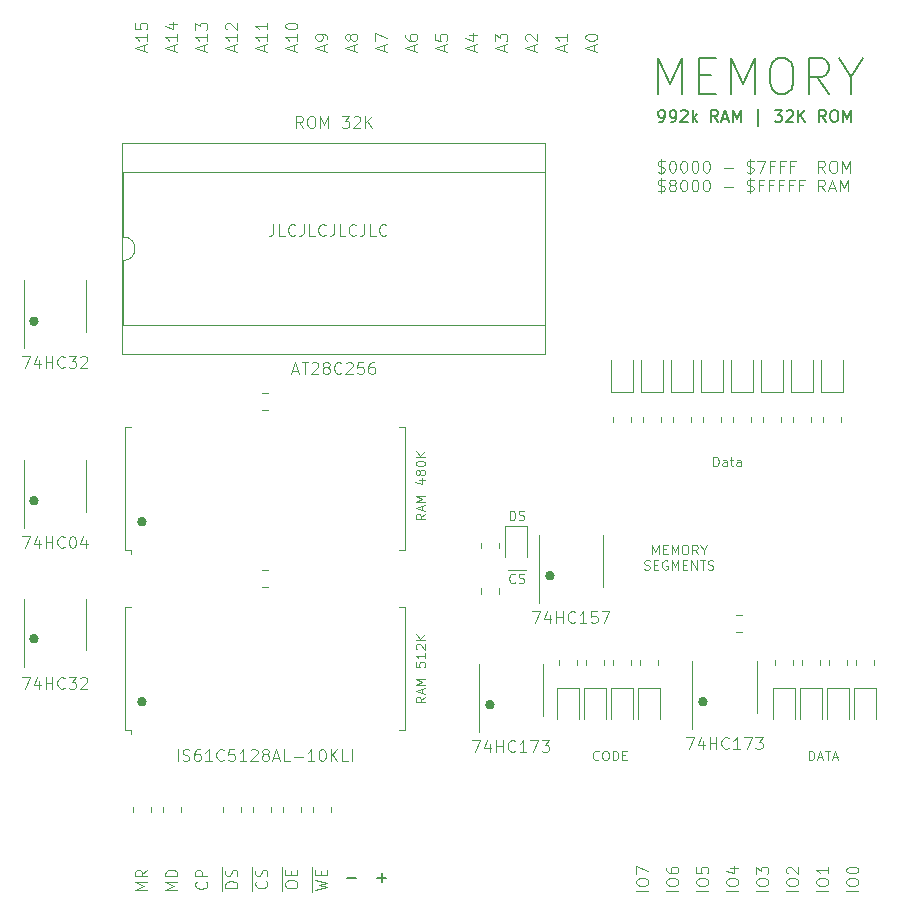
<source format=gbr>
%TF.GenerationSoftware,KiCad,Pcbnew,(5.1.10-1-10_14)*%
%TF.CreationDate,2021-11-08T19:33:34-05:00*%
%TF.ProjectId,RAM-MODULE,52414d2d-4d4f-4445-954c-452e6b696361,rev?*%
%TF.SameCoordinates,Original*%
%TF.FileFunction,Legend,Top*%
%TF.FilePolarity,Positive*%
%FSLAX46Y46*%
G04 Gerber Fmt 4.6, Leading zero omitted, Abs format (unit mm)*
G04 Created by KiCad (PCBNEW (5.1.10-1-10_14)) date 2021-11-08 19:33:34*
%MOMM*%
%LPD*%
G01*
G04 APERTURE LIST*
%ADD10C,0.100000*%
%ADD11C,0.400000*%
%ADD12C,0.200000*%
%ADD13C,0.150000*%
%ADD14C,0.120000*%
G04 APERTURE END LIST*
D10*
X16208952Y-115022380D02*
X16208952Y-115736666D01*
X16161333Y-115879523D01*
X16066095Y-115974761D01*
X15923238Y-116022380D01*
X15828000Y-116022380D01*
X17161333Y-116022380D02*
X16685142Y-116022380D01*
X16685142Y-115022380D01*
X18066095Y-115927142D02*
X18018476Y-115974761D01*
X17875619Y-116022380D01*
X17780380Y-116022380D01*
X17637523Y-115974761D01*
X17542285Y-115879523D01*
X17494666Y-115784285D01*
X17447047Y-115593809D01*
X17447047Y-115450952D01*
X17494666Y-115260476D01*
X17542285Y-115165238D01*
X17637523Y-115070000D01*
X17780380Y-115022380D01*
X17875619Y-115022380D01*
X18018476Y-115070000D01*
X18066095Y-115117619D01*
X18780380Y-115022380D02*
X18780380Y-115736666D01*
X18732761Y-115879523D01*
X18637523Y-115974761D01*
X18494666Y-116022380D01*
X18399428Y-116022380D01*
X19732761Y-116022380D02*
X19256571Y-116022380D01*
X19256571Y-115022380D01*
X20637523Y-115927142D02*
X20589904Y-115974761D01*
X20447047Y-116022380D01*
X20351809Y-116022380D01*
X20208952Y-115974761D01*
X20113714Y-115879523D01*
X20066095Y-115784285D01*
X20018476Y-115593809D01*
X20018476Y-115450952D01*
X20066095Y-115260476D01*
X20113714Y-115165238D01*
X20208952Y-115070000D01*
X20351809Y-115022380D01*
X20447047Y-115022380D01*
X20589904Y-115070000D01*
X20637523Y-115117619D01*
X21351809Y-115022380D02*
X21351809Y-115736666D01*
X21304190Y-115879523D01*
X21208952Y-115974761D01*
X21066095Y-116022380D01*
X20970857Y-116022380D01*
X22304190Y-116022380D02*
X21828000Y-116022380D01*
X21828000Y-115022380D01*
X23208952Y-115927142D02*
X23161333Y-115974761D01*
X23018476Y-116022380D01*
X22923238Y-116022380D01*
X22780380Y-115974761D01*
X22685142Y-115879523D01*
X22637523Y-115784285D01*
X22589904Y-115593809D01*
X22589904Y-115450952D01*
X22637523Y-115260476D01*
X22685142Y-115165238D01*
X22780380Y-115070000D01*
X22923238Y-115022380D01*
X23018476Y-115022380D01*
X23161333Y-115070000D01*
X23208952Y-115117619D01*
X23923238Y-115022380D02*
X23923238Y-115736666D01*
X23875619Y-115879523D01*
X23780380Y-115974761D01*
X23637523Y-116022380D01*
X23542285Y-116022380D01*
X24875619Y-116022380D02*
X24399428Y-116022380D01*
X24399428Y-115022380D01*
X25780380Y-115927142D02*
X25732761Y-115974761D01*
X25589904Y-116022380D01*
X25494666Y-116022380D01*
X25351809Y-115974761D01*
X25256571Y-115879523D01*
X25208952Y-115784285D01*
X25161333Y-115593809D01*
X25161333Y-115450952D01*
X25208952Y-115260476D01*
X25256571Y-115165238D01*
X25351809Y-115070000D01*
X25494666Y-115022380D01*
X25589904Y-115022380D01*
X25732761Y-115070000D01*
X25780380Y-115117619D01*
X48298380Y-142967904D02*
X48298380Y-142167904D01*
X48565047Y-142739333D01*
X48831714Y-142167904D01*
X48831714Y-142967904D01*
X49212666Y-142548857D02*
X49479333Y-142548857D01*
X49593619Y-142967904D02*
X49212666Y-142967904D01*
X49212666Y-142167904D01*
X49593619Y-142167904D01*
X49936476Y-142967904D02*
X49936476Y-142167904D01*
X50203142Y-142739333D01*
X50469809Y-142167904D01*
X50469809Y-142967904D01*
X51003142Y-142167904D02*
X51155523Y-142167904D01*
X51231714Y-142206000D01*
X51307904Y-142282190D01*
X51346000Y-142434571D01*
X51346000Y-142701238D01*
X51307904Y-142853619D01*
X51231714Y-142929809D01*
X51155523Y-142967904D01*
X51003142Y-142967904D01*
X50926952Y-142929809D01*
X50850761Y-142853619D01*
X50812666Y-142701238D01*
X50812666Y-142434571D01*
X50850761Y-142282190D01*
X50926952Y-142206000D01*
X51003142Y-142167904D01*
X52146000Y-142967904D02*
X51879333Y-142586952D01*
X51688857Y-142967904D02*
X51688857Y-142167904D01*
X51993619Y-142167904D01*
X52069809Y-142206000D01*
X52107904Y-142244095D01*
X52146000Y-142320285D01*
X52146000Y-142434571D01*
X52107904Y-142510761D01*
X52069809Y-142548857D01*
X51993619Y-142586952D01*
X51688857Y-142586952D01*
X52641238Y-142586952D02*
X52641238Y-142967904D01*
X52374571Y-142167904D02*
X52641238Y-142586952D01*
X52907904Y-142167904D01*
X47631714Y-144229809D02*
X47746000Y-144267904D01*
X47936476Y-144267904D01*
X48012666Y-144229809D01*
X48050761Y-144191714D01*
X48088857Y-144115523D01*
X48088857Y-144039333D01*
X48050761Y-143963142D01*
X48012666Y-143925047D01*
X47936476Y-143886952D01*
X47784095Y-143848857D01*
X47707904Y-143810761D01*
X47669809Y-143772666D01*
X47631714Y-143696476D01*
X47631714Y-143620285D01*
X47669809Y-143544095D01*
X47707904Y-143506000D01*
X47784095Y-143467904D01*
X47974571Y-143467904D01*
X48088857Y-143506000D01*
X48431714Y-143848857D02*
X48698380Y-143848857D01*
X48812666Y-144267904D02*
X48431714Y-144267904D01*
X48431714Y-143467904D01*
X48812666Y-143467904D01*
X49574571Y-143506000D02*
X49498380Y-143467904D01*
X49384095Y-143467904D01*
X49269809Y-143506000D01*
X49193619Y-143582190D01*
X49155523Y-143658380D01*
X49117428Y-143810761D01*
X49117428Y-143925047D01*
X49155523Y-144077428D01*
X49193619Y-144153619D01*
X49269809Y-144229809D01*
X49384095Y-144267904D01*
X49460285Y-144267904D01*
X49574571Y-144229809D01*
X49612666Y-144191714D01*
X49612666Y-143925047D01*
X49460285Y-143925047D01*
X49955523Y-144267904D02*
X49955523Y-143467904D01*
X50222190Y-144039333D01*
X50488857Y-143467904D01*
X50488857Y-144267904D01*
X50869809Y-143848857D02*
X51136476Y-143848857D01*
X51250761Y-144267904D02*
X50869809Y-144267904D01*
X50869809Y-143467904D01*
X51250761Y-143467904D01*
X51593619Y-144267904D02*
X51593619Y-143467904D01*
X52050761Y-144267904D01*
X52050761Y-143467904D01*
X52317428Y-143467904D02*
X52774571Y-143467904D01*
X52546000Y-144267904D02*
X52546000Y-143467904D01*
X53003142Y-144229809D02*
X53117428Y-144267904D01*
X53307904Y-144267904D01*
X53384095Y-144229809D01*
X53422190Y-144191714D01*
X53460285Y-144115523D01*
X53460285Y-144039333D01*
X53422190Y-143963142D01*
X53384095Y-143925047D01*
X53307904Y-143886952D01*
X53155523Y-143848857D01*
X53079333Y-143810761D01*
X53041238Y-143772666D01*
X53003142Y-143696476D01*
X53003142Y-143620285D01*
X53041238Y-143544095D01*
X53079333Y-143506000D01*
X53155523Y-143467904D01*
X53346000Y-143467904D01*
X53460285Y-143506000D01*
X48769476Y-110602761D02*
X48912333Y-110650380D01*
X49150428Y-110650380D01*
X49245666Y-110602761D01*
X49293285Y-110555142D01*
X49340904Y-110459904D01*
X49340904Y-110364666D01*
X49293285Y-110269428D01*
X49245666Y-110221809D01*
X49150428Y-110174190D01*
X48959952Y-110126571D01*
X48864714Y-110078952D01*
X48817095Y-110031333D01*
X48769476Y-109936095D01*
X48769476Y-109840857D01*
X48817095Y-109745619D01*
X48864714Y-109698000D01*
X48959952Y-109650380D01*
X49198047Y-109650380D01*
X49340904Y-109698000D01*
X49055190Y-109507523D02*
X49055190Y-110793238D01*
X49959952Y-109650380D02*
X50055190Y-109650380D01*
X50150428Y-109698000D01*
X50198047Y-109745619D01*
X50245666Y-109840857D01*
X50293285Y-110031333D01*
X50293285Y-110269428D01*
X50245666Y-110459904D01*
X50198047Y-110555142D01*
X50150428Y-110602761D01*
X50055190Y-110650380D01*
X49959952Y-110650380D01*
X49864714Y-110602761D01*
X49817095Y-110555142D01*
X49769476Y-110459904D01*
X49721857Y-110269428D01*
X49721857Y-110031333D01*
X49769476Y-109840857D01*
X49817095Y-109745619D01*
X49864714Y-109698000D01*
X49959952Y-109650380D01*
X50912333Y-109650380D02*
X51007571Y-109650380D01*
X51102809Y-109698000D01*
X51150428Y-109745619D01*
X51198047Y-109840857D01*
X51245666Y-110031333D01*
X51245666Y-110269428D01*
X51198047Y-110459904D01*
X51150428Y-110555142D01*
X51102809Y-110602761D01*
X51007571Y-110650380D01*
X50912333Y-110650380D01*
X50817095Y-110602761D01*
X50769476Y-110555142D01*
X50721857Y-110459904D01*
X50674238Y-110269428D01*
X50674238Y-110031333D01*
X50721857Y-109840857D01*
X50769476Y-109745619D01*
X50817095Y-109698000D01*
X50912333Y-109650380D01*
X51864714Y-109650380D02*
X51959952Y-109650380D01*
X52055190Y-109698000D01*
X52102809Y-109745619D01*
X52150428Y-109840857D01*
X52198047Y-110031333D01*
X52198047Y-110269428D01*
X52150428Y-110459904D01*
X52102809Y-110555142D01*
X52055190Y-110602761D01*
X51959952Y-110650380D01*
X51864714Y-110650380D01*
X51769476Y-110602761D01*
X51721857Y-110555142D01*
X51674238Y-110459904D01*
X51626619Y-110269428D01*
X51626619Y-110031333D01*
X51674238Y-109840857D01*
X51721857Y-109745619D01*
X51769476Y-109698000D01*
X51864714Y-109650380D01*
X52817095Y-109650380D02*
X52912333Y-109650380D01*
X53007571Y-109698000D01*
X53055190Y-109745619D01*
X53102809Y-109840857D01*
X53150428Y-110031333D01*
X53150428Y-110269428D01*
X53102809Y-110459904D01*
X53055190Y-110555142D01*
X53007571Y-110602761D01*
X52912333Y-110650380D01*
X52817095Y-110650380D01*
X52721857Y-110602761D01*
X52674238Y-110555142D01*
X52626619Y-110459904D01*
X52579000Y-110269428D01*
X52579000Y-110031333D01*
X52626619Y-109840857D01*
X52674238Y-109745619D01*
X52721857Y-109698000D01*
X52817095Y-109650380D01*
X54340904Y-110269428D02*
X55102809Y-110269428D01*
X56293285Y-110602761D02*
X56436142Y-110650380D01*
X56674238Y-110650380D01*
X56769476Y-110602761D01*
X56817095Y-110555142D01*
X56864714Y-110459904D01*
X56864714Y-110364666D01*
X56817095Y-110269428D01*
X56769476Y-110221809D01*
X56674238Y-110174190D01*
X56483761Y-110126571D01*
X56388523Y-110078952D01*
X56340904Y-110031333D01*
X56293285Y-109936095D01*
X56293285Y-109840857D01*
X56340904Y-109745619D01*
X56388523Y-109698000D01*
X56483761Y-109650380D01*
X56721857Y-109650380D01*
X56864714Y-109698000D01*
X56579000Y-109507523D02*
X56579000Y-110793238D01*
X57198047Y-109650380D02*
X57864714Y-109650380D01*
X57436142Y-110650380D01*
X58579000Y-110126571D02*
X58245666Y-110126571D01*
X58245666Y-110650380D02*
X58245666Y-109650380D01*
X58721857Y-109650380D01*
X59436142Y-110126571D02*
X59102809Y-110126571D01*
X59102809Y-110650380D02*
X59102809Y-109650380D01*
X59579000Y-109650380D01*
X60293285Y-110126571D02*
X59959952Y-110126571D01*
X59959952Y-110650380D02*
X59959952Y-109650380D01*
X60436142Y-109650380D01*
X62912333Y-110650380D02*
X62578999Y-110174190D01*
X62340904Y-110650380D02*
X62340904Y-109650380D01*
X62721857Y-109650380D01*
X62817095Y-109698000D01*
X62864714Y-109745619D01*
X62912333Y-109840857D01*
X62912333Y-109983714D01*
X62864714Y-110078952D01*
X62817095Y-110126571D01*
X62721857Y-110174190D01*
X62340904Y-110174190D01*
X63531380Y-109650380D02*
X63721857Y-109650380D01*
X63817095Y-109698000D01*
X63912333Y-109793238D01*
X63959952Y-109983714D01*
X63959952Y-110317047D01*
X63912333Y-110507523D01*
X63817095Y-110602761D01*
X63721857Y-110650380D01*
X63531380Y-110650380D01*
X63436142Y-110602761D01*
X63340904Y-110507523D01*
X63293285Y-110317047D01*
X63293285Y-109983714D01*
X63340904Y-109793238D01*
X63436142Y-109698000D01*
X63531380Y-109650380D01*
X64388523Y-110650380D02*
X64388523Y-109650380D01*
X64721857Y-110364666D01*
X65055190Y-109650380D01*
X65055190Y-110650380D01*
X48769476Y-112202761D02*
X48912333Y-112250380D01*
X49150428Y-112250380D01*
X49245666Y-112202761D01*
X49293285Y-112155142D01*
X49340904Y-112059904D01*
X49340904Y-111964666D01*
X49293285Y-111869428D01*
X49245666Y-111821809D01*
X49150428Y-111774190D01*
X48959952Y-111726571D01*
X48864714Y-111678952D01*
X48817095Y-111631333D01*
X48769476Y-111536095D01*
X48769476Y-111440857D01*
X48817095Y-111345619D01*
X48864714Y-111298000D01*
X48959952Y-111250380D01*
X49198047Y-111250380D01*
X49340904Y-111298000D01*
X49055190Y-111107523D02*
X49055190Y-112393238D01*
X49912333Y-111678952D02*
X49817095Y-111631333D01*
X49769476Y-111583714D01*
X49721857Y-111488476D01*
X49721857Y-111440857D01*
X49769476Y-111345619D01*
X49817095Y-111298000D01*
X49912333Y-111250380D01*
X50102809Y-111250380D01*
X50198047Y-111298000D01*
X50245666Y-111345619D01*
X50293285Y-111440857D01*
X50293285Y-111488476D01*
X50245666Y-111583714D01*
X50198047Y-111631333D01*
X50102809Y-111678952D01*
X49912333Y-111678952D01*
X49817095Y-111726571D01*
X49769476Y-111774190D01*
X49721857Y-111869428D01*
X49721857Y-112059904D01*
X49769476Y-112155142D01*
X49817095Y-112202761D01*
X49912333Y-112250380D01*
X50102809Y-112250380D01*
X50198047Y-112202761D01*
X50245666Y-112155142D01*
X50293285Y-112059904D01*
X50293285Y-111869428D01*
X50245666Y-111774190D01*
X50198047Y-111726571D01*
X50102809Y-111678952D01*
X50912333Y-111250380D02*
X51007571Y-111250380D01*
X51102809Y-111298000D01*
X51150428Y-111345619D01*
X51198047Y-111440857D01*
X51245666Y-111631333D01*
X51245666Y-111869428D01*
X51198047Y-112059904D01*
X51150428Y-112155142D01*
X51102809Y-112202761D01*
X51007571Y-112250380D01*
X50912333Y-112250380D01*
X50817095Y-112202761D01*
X50769476Y-112155142D01*
X50721857Y-112059904D01*
X50674238Y-111869428D01*
X50674238Y-111631333D01*
X50721857Y-111440857D01*
X50769476Y-111345619D01*
X50817095Y-111298000D01*
X50912333Y-111250380D01*
X51864714Y-111250380D02*
X51959952Y-111250380D01*
X52055190Y-111298000D01*
X52102809Y-111345619D01*
X52150428Y-111440857D01*
X52198047Y-111631333D01*
X52198047Y-111869428D01*
X52150428Y-112059904D01*
X52102809Y-112155142D01*
X52055190Y-112202761D01*
X51959952Y-112250380D01*
X51864714Y-112250380D01*
X51769476Y-112202761D01*
X51721857Y-112155142D01*
X51674238Y-112059904D01*
X51626619Y-111869428D01*
X51626619Y-111631333D01*
X51674238Y-111440857D01*
X51721857Y-111345619D01*
X51769476Y-111298000D01*
X51864714Y-111250380D01*
X52817095Y-111250380D02*
X52912333Y-111250380D01*
X53007571Y-111298000D01*
X53055190Y-111345619D01*
X53102809Y-111440857D01*
X53150428Y-111631333D01*
X53150428Y-111869428D01*
X53102809Y-112059904D01*
X53055190Y-112155142D01*
X53007571Y-112202761D01*
X52912333Y-112250380D01*
X52817095Y-112250380D01*
X52721857Y-112202761D01*
X52674238Y-112155142D01*
X52626619Y-112059904D01*
X52579000Y-111869428D01*
X52579000Y-111631333D01*
X52626619Y-111440857D01*
X52674238Y-111345619D01*
X52721857Y-111298000D01*
X52817095Y-111250380D01*
X54340904Y-111869428D02*
X55102809Y-111869428D01*
X56293285Y-112202761D02*
X56436142Y-112250380D01*
X56674238Y-112250380D01*
X56769476Y-112202761D01*
X56817095Y-112155142D01*
X56864714Y-112059904D01*
X56864714Y-111964666D01*
X56817095Y-111869428D01*
X56769476Y-111821809D01*
X56674238Y-111774190D01*
X56483761Y-111726571D01*
X56388523Y-111678952D01*
X56340904Y-111631333D01*
X56293285Y-111536095D01*
X56293285Y-111440857D01*
X56340904Y-111345619D01*
X56388523Y-111298000D01*
X56483761Y-111250380D01*
X56721857Y-111250380D01*
X56864714Y-111298000D01*
X56579000Y-111107523D02*
X56579000Y-112393238D01*
X57626619Y-111726571D02*
X57293285Y-111726571D01*
X57293285Y-112250380D02*
X57293285Y-111250380D01*
X57769476Y-111250380D01*
X58483761Y-111726571D02*
X58150428Y-111726571D01*
X58150428Y-112250380D02*
X58150428Y-111250380D01*
X58626619Y-111250380D01*
X59340904Y-111726571D02*
X59007571Y-111726571D01*
X59007571Y-112250380D02*
X59007571Y-111250380D01*
X59483761Y-111250380D01*
X60198047Y-111726571D02*
X59864714Y-111726571D01*
X59864714Y-112250380D02*
X59864714Y-111250380D01*
X60340904Y-111250380D01*
X61055190Y-111726571D02*
X60721857Y-111726571D01*
X60721857Y-112250380D02*
X60721857Y-111250380D01*
X61198047Y-111250380D01*
X62912333Y-112250380D02*
X62578999Y-111774190D01*
X62340904Y-112250380D02*
X62340904Y-111250380D01*
X62721857Y-111250380D01*
X62817095Y-111298000D01*
X62864714Y-111345619D01*
X62912333Y-111440857D01*
X62912333Y-111583714D01*
X62864714Y-111678952D01*
X62817095Y-111726571D01*
X62721857Y-111774190D01*
X62340904Y-111774190D01*
X63293285Y-111964666D02*
X63769476Y-111964666D01*
X63198047Y-112250380D02*
X63531380Y-111250380D01*
X63864714Y-112250380D01*
X64198047Y-112250380D02*
X64198047Y-111250380D01*
X64531380Y-111964666D01*
X64864714Y-111250380D01*
X64864714Y-112250380D01*
D11*
X-3864000Y-123244000D02*
G75*
G03*
X-3864000Y-123244000I-200000J0D01*
G01*
X-3864000Y-138430000D02*
G75*
G03*
X-3864000Y-138430000I-200000J0D01*
G01*
X-3864000Y-150114000D02*
G75*
G03*
X-3864000Y-150114000I-200000J0D01*
G01*
D10*
X53448095Y-135489904D02*
X53448095Y-134689904D01*
X53638571Y-134689904D01*
X53752857Y-134728000D01*
X53829047Y-134804190D01*
X53867142Y-134880380D01*
X53905238Y-135032761D01*
X53905238Y-135147047D01*
X53867142Y-135299428D01*
X53829047Y-135375619D01*
X53752857Y-135451809D01*
X53638571Y-135489904D01*
X53448095Y-135489904D01*
X54590952Y-135489904D02*
X54590952Y-135070857D01*
X54552857Y-134994666D01*
X54476666Y-134956571D01*
X54324285Y-134956571D01*
X54248095Y-134994666D01*
X54590952Y-135451809D02*
X54514761Y-135489904D01*
X54324285Y-135489904D01*
X54248095Y-135451809D01*
X54210000Y-135375619D01*
X54210000Y-135299428D01*
X54248095Y-135223238D01*
X54324285Y-135185142D01*
X54514761Y-135185142D01*
X54590952Y-135147047D01*
X54857619Y-134956571D02*
X55162380Y-134956571D01*
X54971904Y-134689904D02*
X54971904Y-135375619D01*
X55010000Y-135451809D01*
X55086190Y-135489904D01*
X55162380Y-135489904D01*
X55771904Y-135489904D02*
X55771904Y-135070857D01*
X55733809Y-134994666D01*
X55657619Y-134956571D01*
X55505238Y-134956571D01*
X55429047Y-134994666D01*
X55771904Y-135451809D02*
X55695714Y-135489904D01*
X55505238Y-135489904D01*
X55429047Y-135451809D01*
X55390952Y-135375619D01*
X55390952Y-135299428D01*
X55429047Y-135223238D01*
X55505238Y-135185142D01*
X55695714Y-135185142D01*
X55771904Y-135147047D01*
X18716952Y-106878380D02*
X18383619Y-106402190D01*
X18145523Y-106878380D02*
X18145523Y-105878380D01*
X18526476Y-105878380D01*
X18621714Y-105926000D01*
X18669333Y-105973619D01*
X18716952Y-106068857D01*
X18716952Y-106211714D01*
X18669333Y-106306952D01*
X18621714Y-106354571D01*
X18526476Y-106402190D01*
X18145523Y-106402190D01*
X19336000Y-105878380D02*
X19526476Y-105878380D01*
X19621714Y-105926000D01*
X19716952Y-106021238D01*
X19764571Y-106211714D01*
X19764571Y-106545047D01*
X19716952Y-106735523D01*
X19621714Y-106830761D01*
X19526476Y-106878380D01*
X19336000Y-106878380D01*
X19240761Y-106830761D01*
X19145523Y-106735523D01*
X19097904Y-106545047D01*
X19097904Y-106211714D01*
X19145523Y-106021238D01*
X19240761Y-105926000D01*
X19336000Y-105878380D01*
X20193142Y-106878380D02*
X20193142Y-105878380D01*
X20526476Y-106592666D01*
X20859809Y-105878380D01*
X20859809Y-106878380D01*
X22002666Y-105878380D02*
X22621714Y-105878380D01*
X22288380Y-106259333D01*
X22431238Y-106259333D01*
X22526476Y-106306952D01*
X22574095Y-106354571D01*
X22621714Y-106449809D01*
X22621714Y-106687904D01*
X22574095Y-106783142D01*
X22526476Y-106830761D01*
X22431238Y-106878380D01*
X22145523Y-106878380D01*
X22050285Y-106830761D01*
X22002666Y-106783142D01*
X23002666Y-105973619D02*
X23050285Y-105926000D01*
X23145523Y-105878380D01*
X23383619Y-105878380D01*
X23478857Y-105926000D01*
X23526476Y-105973619D01*
X23574095Y-106068857D01*
X23574095Y-106164095D01*
X23526476Y-106306952D01*
X22955047Y-106878380D01*
X23574095Y-106878380D01*
X24002666Y-106878380D02*
X24002666Y-105878380D01*
X24574095Y-106878380D02*
X24145523Y-106306952D01*
X24574095Y-105878380D02*
X24002666Y-106449809D01*
X29063904Y-139560000D02*
X28682952Y-139826666D01*
X29063904Y-140017142D02*
X28263904Y-140017142D01*
X28263904Y-139712380D01*
X28302000Y-139636190D01*
X28340095Y-139598095D01*
X28416285Y-139560000D01*
X28530571Y-139560000D01*
X28606761Y-139598095D01*
X28644857Y-139636190D01*
X28682952Y-139712380D01*
X28682952Y-140017142D01*
X28835333Y-139255238D02*
X28835333Y-138874285D01*
X29063904Y-139331428D02*
X28263904Y-139064761D01*
X29063904Y-138798095D01*
X29063904Y-138531428D02*
X28263904Y-138531428D01*
X28835333Y-138264761D01*
X28263904Y-137998095D01*
X29063904Y-137998095D01*
X28530571Y-136664761D02*
X29063904Y-136664761D01*
X28225809Y-136855238D02*
X28797238Y-137045714D01*
X28797238Y-136550476D01*
X28606761Y-136131428D02*
X28568666Y-136207619D01*
X28530571Y-136245714D01*
X28454380Y-136283809D01*
X28416285Y-136283809D01*
X28340095Y-136245714D01*
X28302000Y-136207619D01*
X28263904Y-136131428D01*
X28263904Y-135979047D01*
X28302000Y-135902857D01*
X28340095Y-135864761D01*
X28416285Y-135826666D01*
X28454380Y-135826666D01*
X28530571Y-135864761D01*
X28568666Y-135902857D01*
X28606761Y-135979047D01*
X28606761Y-136131428D01*
X28644857Y-136207619D01*
X28682952Y-136245714D01*
X28759142Y-136283809D01*
X28911523Y-136283809D01*
X28987714Y-136245714D01*
X29025809Y-136207619D01*
X29063904Y-136131428D01*
X29063904Y-135979047D01*
X29025809Y-135902857D01*
X28987714Y-135864761D01*
X28911523Y-135826666D01*
X28759142Y-135826666D01*
X28682952Y-135864761D01*
X28644857Y-135902857D01*
X28606761Y-135979047D01*
X28263904Y-135331428D02*
X28263904Y-135255238D01*
X28302000Y-135179047D01*
X28340095Y-135140952D01*
X28416285Y-135102857D01*
X28568666Y-135064761D01*
X28759142Y-135064761D01*
X28911523Y-135102857D01*
X28987714Y-135140952D01*
X29025809Y-135179047D01*
X29063904Y-135255238D01*
X29063904Y-135331428D01*
X29025809Y-135407619D01*
X28987714Y-135445714D01*
X28911523Y-135483809D01*
X28759142Y-135521904D01*
X28568666Y-135521904D01*
X28416285Y-135483809D01*
X28340095Y-135445714D01*
X28302000Y-135407619D01*
X28263904Y-135331428D01*
X29063904Y-134721904D02*
X28263904Y-134721904D01*
X29063904Y-134264761D02*
X28606761Y-134607619D01*
X28263904Y-134264761D02*
X28721047Y-134721904D01*
X29063904Y-155054000D02*
X28682952Y-155320666D01*
X29063904Y-155511142D02*
X28263904Y-155511142D01*
X28263904Y-155206380D01*
X28302000Y-155130190D01*
X28340095Y-155092095D01*
X28416285Y-155054000D01*
X28530571Y-155054000D01*
X28606761Y-155092095D01*
X28644857Y-155130190D01*
X28682952Y-155206380D01*
X28682952Y-155511142D01*
X28835333Y-154749238D02*
X28835333Y-154368285D01*
X29063904Y-154825428D02*
X28263904Y-154558761D01*
X29063904Y-154292095D01*
X29063904Y-154025428D02*
X28263904Y-154025428D01*
X28835333Y-153758761D01*
X28263904Y-153492095D01*
X29063904Y-153492095D01*
X28263904Y-152120666D02*
X28263904Y-152501619D01*
X28644857Y-152539714D01*
X28606761Y-152501619D01*
X28568666Y-152425428D01*
X28568666Y-152234952D01*
X28606761Y-152158761D01*
X28644857Y-152120666D01*
X28721047Y-152082571D01*
X28911523Y-152082571D01*
X28987714Y-152120666D01*
X29025809Y-152158761D01*
X29063904Y-152234952D01*
X29063904Y-152425428D01*
X29025809Y-152501619D01*
X28987714Y-152539714D01*
X29063904Y-151320666D02*
X29063904Y-151777809D01*
X29063904Y-151549238D02*
X28263904Y-151549238D01*
X28378190Y-151625428D01*
X28454380Y-151701619D01*
X28492476Y-151777809D01*
X28340095Y-151015904D02*
X28302000Y-150977809D01*
X28263904Y-150901619D01*
X28263904Y-150711142D01*
X28302000Y-150634952D01*
X28340095Y-150596857D01*
X28416285Y-150558761D01*
X28492476Y-150558761D01*
X28606761Y-150596857D01*
X29063904Y-151054000D01*
X29063904Y-150558761D01*
X29063904Y-150215904D02*
X28263904Y-150215904D01*
X29063904Y-149758761D02*
X28606761Y-150101619D01*
X28263904Y-149758761D02*
X28721047Y-150215904D01*
X8072380Y-171387761D02*
X7072380Y-171387761D01*
X7786666Y-171054428D01*
X7072380Y-170721095D01*
X8072380Y-170721095D01*
X8072380Y-170244904D02*
X7072380Y-170244904D01*
X7072380Y-170006809D01*
X7120000Y-169863952D01*
X7215238Y-169768714D01*
X7310476Y-169721095D01*
X7500952Y-169673476D01*
X7643809Y-169673476D01*
X7834285Y-169721095D01*
X7929523Y-169768714D01*
X8024761Y-169863952D01*
X8072380Y-170006809D01*
X8072380Y-170244904D01*
X5532380Y-171387761D02*
X4532380Y-171387761D01*
X5246666Y-171054428D01*
X4532380Y-170721095D01*
X5532380Y-170721095D01*
X5532380Y-169673476D02*
X5056190Y-170006809D01*
X5532380Y-170244904D02*
X4532380Y-170244904D01*
X4532380Y-169863952D01*
X4580000Y-169768714D01*
X4627619Y-169721095D01*
X4722857Y-169673476D01*
X4865714Y-169673476D01*
X4960952Y-169721095D01*
X5008571Y-169768714D01*
X5056190Y-169863952D01*
X5056190Y-170244904D01*
X10517142Y-170673476D02*
X10564761Y-170721095D01*
X10612380Y-170863952D01*
X10612380Y-170959190D01*
X10564761Y-171102047D01*
X10469523Y-171197285D01*
X10374285Y-171244904D01*
X10183809Y-171292523D01*
X10040952Y-171292523D01*
X9850476Y-171244904D01*
X9755238Y-171197285D01*
X9660000Y-171102047D01*
X9612380Y-170959190D01*
X9612380Y-170863952D01*
X9660000Y-170721095D01*
X9707619Y-170673476D01*
X10612380Y-170244904D02*
X9612380Y-170244904D01*
X9612380Y-169863952D01*
X9660000Y-169768714D01*
X9707619Y-169721095D01*
X9802857Y-169673476D01*
X9945714Y-169673476D01*
X10040952Y-169721095D01*
X10088571Y-169768714D01*
X10136190Y-169863952D01*
X10136190Y-170244904D01*
X11850000Y-171435380D02*
X11850000Y-170435380D01*
X13152380Y-171197285D02*
X12152380Y-171197285D01*
X12152380Y-170959190D01*
X12200000Y-170816333D01*
X12295238Y-170721095D01*
X12390476Y-170673476D01*
X12580952Y-170625857D01*
X12723809Y-170625857D01*
X12914285Y-170673476D01*
X13009523Y-170721095D01*
X13104761Y-170816333D01*
X13152380Y-170959190D01*
X13152380Y-171197285D01*
X11850000Y-170435380D02*
X11850000Y-169483000D01*
X13104761Y-170244904D02*
X13152380Y-170102047D01*
X13152380Y-169863952D01*
X13104761Y-169768714D01*
X13057142Y-169721095D01*
X12961904Y-169673476D01*
X12866666Y-169673476D01*
X12771428Y-169721095D01*
X12723809Y-169768714D01*
X12676190Y-169863952D01*
X12628571Y-170054428D01*
X12580952Y-170149666D01*
X12533333Y-170197285D01*
X12438095Y-170244904D01*
X12342857Y-170244904D01*
X12247619Y-170197285D01*
X12200000Y-170149666D01*
X12152380Y-170054428D01*
X12152380Y-169816333D01*
X12200000Y-169673476D01*
X14390000Y-171435380D02*
X14390000Y-170435380D01*
X15597142Y-170625857D02*
X15644761Y-170673476D01*
X15692380Y-170816333D01*
X15692380Y-170911571D01*
X15644761Y-171054428D01*
X15549523Y-171149666D01*
X15454285Y-171197285D01*
X15263809Y-171244904D01*
X15120952Y-171244904D01*
X14930476Y-171197285D01*
X14835238Y-171149666D01*
X14740000Y-171054428D01*
X14692380Y-170911571D01*
X14692380Y-170816333D01*
X14740000Y-170673476D01*
X14787619Y-170625857D01*
X14390000Y-170435380D02*
X14390000Y-169483000D01*
X15644761Y-170244904D02*
X15692380Y-170102047D01*
X15692380Y-169863952D01*
X15644761Y-169768714D01*
X15597142Y-169721095D01*
X15501904Y-169673476D01*
X15406666Y-169673476D01*
X15311428Y-169721095D01*
X15263809Y-169768714D01*
X15216190Y-169863952D01*
X15168571Y-170054428D01*
X15120952Y-170149666D01*
X15073333Y-170197285D01*
X14978095Y-170244904D01*
X14882857Y-170244904D01*
X14787619Y-170197285D01*
X14740000Y-170149666D01*
X14692380Y-170054428D01*
X14692380Y-169816333D01*
X14740000Y-169673476D01*
X43346666Y-100328523D02*
X43346666Y-99852333D01*
X43632380Y-100423761D02*
X42632380Y-100090428D01*
X43632380Y-99757095D01*
X42632380Y-99233285D02*
X42632380Y-99138047D01*
X42680000Y-99042809D01*
X42727619Y-98995190D01*
X42822857Y-98947571D01*
X43013333Y-98899952D01*
X43251428Y-98899952D01*
X43441904Y-98947571D01*
X43537142Y-98995190D01*
X43584761Y-99042809D01*
X43632380Y-99138047D01*
X43632380Y-99233285D01*
X43584761Y-99328523D01*
X43537142Y-99376142D01*
X43441904Y-99423761D01*
X43251428Y-99471380D01*
X43013333Y-99471380D01*
X42822857Y-99423761D01*
X42727619Y-99376142D01*
X42680000Y-99328523D01*
X42632380Y-99233285D01*
X40806666Y-100328523D02*
X40806666Y-99852333D01*
X41092380Y-100423761D02*
X40092380Y-100090428D01*
X41092380Y-99757095D01*
X41092380Y-98899952D02*
X41092380Y-99471380D01*
X41092380Y-99185666D02*
X40092380Y-99185666D01*
X40235238Y-99280904D01*
X40330476Y-99376142D01*
X40378095Y-99471380D01*
X38266666Y-100328523D02*
X38266666Y-99852333D01*
X38552380Y-100423761D02*
X37552380Y-100090428D01*
X38552380Y-99757095D01*
X37647619Y-99471380D02*
X37600000Y-99423761D01*
X37552380Y-99328523D01*
X37552380Y-99090428D01*
X37600000Y-98995190D01*
X37647619Y-98947571D01*
X37742857Y-98899952D01*
X37838095Y-98899952D01*
X37980952Y-98947571D01*
X38552380Y-99519000D01*
X38552380Y-98899952D01*
X35726666Y-100328523D02*
X35726666Y-99852333D01*
X36012380Y-100423761D02*
X35012380Y-100090428D01*
X36012380Y-99757095D01*
X35012380Y-99519000D02*
X35012380Y-98899952D01*
X35393333Y-99233285D01*
X35393333Y-99090428D01*
X35440952Y-98995190D01*
X35488571Y-98947571D01*
X35583809Y-98899952D01*
X35821904Y-98899952D01*
X35917142Y-98947571D01*
X35964761Y-98995190D01*
X36012380Y-99090428D01*
X36012380Y-99376142D01*
X35964761Y-99471380D01*
X35917142Y-99519000D01*
X33186666Y-100328523D02*
X33186666Y-99852333D01*
X33472380Y-100423761D02*
X32472380Y-100090428D01*
X33472380Y-99757095D01*
X32805714Y-98995190D02*
X33472380Y-98995190D01*
X32424761Y-99233285D02*
X33139047Y-99471380D01*
X33139047Y-98852333D01*
X30646666Y-100328523D02*
X30646666Y-99852333D01*
X30932380Y-100423761D02*
X29932380Y-100090428D01*
X30932380Y-99757095D01*
X29932380Y-98947571D02*
X29932380Y-99423761D01*
X30408571Y-99471380D01*
X30360952Y-99423761D01*
X30313333Y-99328523D01*
X30313333Y-99090428D01*
X30360952Y-98995190D01*
X30408571Y-98947571D01*
X30503809Y-98899952D01*
X30741904Y-98899952D01*
X30837142Y-98947571D01*
X30884761Y-98995190D01*
X30932380Y-99090428D01*
X30932380Y-99328523D01*
X30884761Y-99423761D01*
X30837142Y-99471380D01*
X28106666Y-100328523D02*
X28106666Y-99852333D01*
X28392380Y-100423761D02*
X27392380Y-100090428D01*
X28392380Y-99757095D01*
X27392380Y-98995190D02*
X27392380Y-99185666D01*
X27440000Y-99280904D01*
X27487619Y-99328523D01*
X27630476Y-99423761D01*
X27820952Y-99471380D01*
X28201904Y-99471380D01*
X28297142Y-99423761D01*
X28344761Y-99376142D01*
X28392380Y-99280904D01*
X28392380Y-99090428D01*
X28344761Y-98995190D01*
X28297142Y-98947571D01*
X28201904Y-98899952D01*
X27963809Y-98899952D01*
X27868571Y-98947571D01*
X27820952Y-98995190D01*
X27773333Y-99090428D01*
X27773333Y-99280904D01*
X27820952Y-99376142D01*
X27868571Y-99423761D01*
X27963809Y-99471380D01*
X25566666Y-100328523D02*
X25566666Y-99852333D01*
X25852380Y-100423761D02*
X24852380Y-100090428D01*
X25852380Y-99757095D01*
X24852380Y-99519000D02*
X24852380Y-98852333D01*
X25852380Y-99280904D01*
X23026666Y-100328523D02*
X23026666Y-99852333D01*
X23312380Y-100423761D02*
X22312380Y-100090428D01*
X23312380Y-99757095D01*
X22740952Y-99280904D02*
X22693333Y-99376142D01*
X22645714Y-99423761D01*
X22550476Y-99471380D01*
X22502857Y-99471380D01*
X22407619Y-99423761D01*
X22360000Y-99376142D01*
X22312380Y-99280904D01*
X22312380Y-99090428D01*
X22360000Y-98995190D01*
X22407619Y-98947571D01*
X22502857Y-98899952D01*
X22550476Y-98899952D01*
X22645714Y-98947571D01*
X22693333Y-98995190D01*
X22740952Y-99090428D01*
X22740952Y-99280904D01*
X22788571Y-99376142D01*
X22836190Y-99423761D01*
X22931428Y-99471380D01*
X23121904Y-99471380D01*
X23217142Y-99423761D01*
X23264761Y-99376142D01*
X23312380Y-99280904D01*
X23312380Y-99090428D01*
X23264761Y-98995190D01*
X23217142Y-98947571D01*
X23121904Y-98899952D01*
X22931428Y-98899952D01*
X22836190Y-98947571D01*
X22788571Y-98995190D01*
X22740952Y-99090428D01*
X20486666Y-100328523D02*
X20486666Y-99852333D01*
X20772380Y-100423761D02*
X19772380Y-100090428D01*
X20772380Y-99757095D01*
X20772380Y-99376142D02*
X20772380Y-99185666D01*
X20724761Y-99090428D01*
X20677142Y-99042809D01*
X20534285Y-98947571D01*
X20343809Y-98899952D01*
X19962857Y-98899952D01*
X19867619Y-98947571D01*
X19820000Y-98995190D01*
X19772380Y-99090428D01*
X19772380Y-99280904D01*
X19820000Y-99376142D01*
X19867619Y-99423761D01*
X19962857Y-99471380D01*
X20200952Y-99471380D01*
X20296190Y-99423761D01*
X20343809Y-99376142D01*
X20391428Y-99280904D01*
X20391428Y-99090428D01*
X20343809Y-98995190D01*
X20296190Y-98947571D01*
X20200952Y-98899952D01*
X17946666Y-100328523D02*
X17946666Y-99852333D01*
X18232380Y-100423761D02*
X17232380Y-100090428D01*
X18232380Y-99757095D01*
X18232380Y-98899952D02*
X18232380Y-99471380D01*
X18232380Y-99185666D02*
X17232380Y-99185666D01*
X17375238Y-99280904D01*
X17470476Y-99376142D01*
X17518095Y-99471380D01*
X17232380Y-98280904D02*
X17232380Y-98185666D01*
X17280000Y-98090428D01*
X17327619Y-98042809D01*
X17422857Y-97995190D01*
X17613333Y-97947571D01*
X17851428Y-97947571D01*
X18041904Y-97995190D01*
X18137142Y-98042809D01*
X18184761Y-98090428D01*
X18232380Y-98185666D01*
X18232380Y-98280904D01*
X18184761Y-98376142D01*
X18137142Y-98423761D01*
X18041904Y-98471380D01*
X17851428Y-98519000D01*
X17613333Y-98519000D01*
X17422857Y-98471380D01*
X17327619Y-98423761D01*
X17280000Y-98376142D01*
X17232380Y-98280904D01*
X15406666Y-100328523D02*
X15406666Y-99852333D01*
X15692380Y-100423761D02*
X14692380Y-100090428D01*
X15692380Y-99757095D01*
X15692380Y-98899952D02*
X15692380Y-99471380D01*
X15692380Y-99185666D02*
X14692380Y-99185666D01*
X14835238Y-99280904D01*
X14930476Y-99376142D01*
X14978095Y-99471380D01*
X15692380Y-97947571D02*
X15692380Y-98519000D01*
X15692380Y-98233285D02*
X14692380Y-98233285D01*
X14835238Y-98328523D01*
X14930476Y-98423761D01*
X14978095Y-98519000D01*
X12866666Y-100328523D02*
X12866666Y-99852333D01*
X13152380Y-100423761D02*
X12152380Y-100090428D01*
X13152380Y-99757095D01*
X13152380Y-98899952D02*
X13152380Y-99471380D01*
X13152380Y-99185666D02*
X12152380Y-99185666D01*
X12295238Y-99280904D01*
X12390476Y-99376142D01*
X12438095Y-99471380D01*
X12247619Y-98519000D02*
X12200000Y-98471380D01*
X12152380Y-98376142D01*
X12152380Y-98138047D01*
X12200000Y-98042809D01*
X12247619Y-97995190D01*
X12342857Y-97947571D01*
X12438095Y-97947571D01*
X12580952Y-97995190D01*
X13152380Y-98566619D01*
X13152380Y-97947571D01*
X10326666Y-100328523D02*
X10326666Y-99852333D01*
X10612380Y-100423761D02*
X9612380Y-100090428D01*
X10612380Y-99757095D01*
X10612380Y-98899952D02*
X10612380Y-99471380D01*
X10612380Y-99185666D02*
X9612380Y-99185666D01*
X9755238Y-99280904D01*
X9850476Y-99376142D01*
X9898095Y-99471380D01*
X9612380Y-98566619D02*
X9612380Y-97947571D01*
X9993333Y-98280904D01*
X9993333Y-98138047D01*
X10040952Y-98042809D01*
X10088571Y-97995190D01*
X10183809Y-97947571D01*
X10421904Y-97947571D01*
X10517142Y-97995190D01*
X10564761Y-98042809D01*
X10612380Y-98138047D01*
X10612380Y-98423761D01*
X10564761Y-98519000D01*
X10517142Y-98566619D01*
X7786666Y-100328523D02*
X7786666Y-99852333D01*
X8072380Y-100423761D02*
X7072380Y-100090428D01*
X8072380Y-99757095D01*
X8072380Y-98899952D02*
X8072380Y-99471380D01*
X8072380Y-99185666D02*
X7072380Y-99185666D01*
X7215238Y-99280904D01*
X7310476Y-99376142D01*
X7358095Y-99471380D01*
X7405714Y-98042809D02*
X8072380Y-98042809D01*
X7024761Y-98280904D02*
X7739047Y-98519000D01*
X7739047Y-97899952D01*
X36049047Y-144328000D02*
X36849047Y-144328000D01*
X36696666Y-145319714D02*
X36658571Y-145357809D01*
X36544285Y-145395904D01*
X36468095Y-145395904D01*
X36353809Y-145357809D01*
X36277619Y-145281619D01*
X36239523Y-145205428D01*
X36201428Y-145053047D01*
X36201428Y-144938761D01*
X36239523Y-144786380D01*
X36277619Y-144710190D01*
X36353809Y-144634000D01*
X36468095Y-144595904D01*
X36544285Y-144595904D01*
X36658571Y-144634000D01*
X36696666Y-144672095D01*
X36849047Y-144328000D02*
X37610952Y-144328000D01*
X37001428Y-145357809D02*
X37115714Y-145395904D01*
X37306190Y-145395904D01*
X37382380Y-145357809D01*
X37420476Y-145319714D01*
X37458571Y-145243523D01*
X37458571Y-145167333D01*
X37420476Y-145091142D01*
X37382380Y-145053047D01*
X37306190Y-145014952D01*
X37153809Y-144976857D01*
X37077619Y-144938761D01*
X37039523Y-144900666D01*
X37001428Y-144824476D01*
X37001428Y-144748285D01*
X37039523Y-144672095D01*
X37077619Y-144634000D01*
X37153809Y-144595904D01*
X37344285Y-144595904D01*
X37458571Y-144634000D01*
X61538000Y-160381904D02*
X61538000Y-159581904D01*
X61728476Y-159581904D01*
X61842761Y-159620000D01*
X61918952Y-159696190D01*
X61957047Y-159772380D01*
X61995142Y-159924761D01*
X61995142Y-160039047D01*
X61957047Y-160191428D01*
X61918952Y-160267619D01*
X61842761Y-160343809D01*
X61728476Y-160381904D01*
X61538000Y-160381904D01*
X62299904Y-160153333D02*
X62680857Y-160153333D01*
X62223714Y-160381904D02*
X62490380Y-159581904D01*
X62757047Y-160381904D01*
X62909428Y-159581904D02*
X63366571Y-159581904D01*
X63138000Y-160381904D02*
X63138000Y-159581904D01*
X63595142Y-160153333D02*
X63976095Y-160153333D01*
X63518952Y-160381904D02*
X63785619Y-159581904D01*
X64052285Y-160381904D01*
X43770666Y-160305714D02*
X43732571Y-160343809D01*
X43618285Y-160381904D01*
X43542095Y-160381904D01*
X43427809Y-160343809D01*
X43351619Y-160267619D01*
X43313523Y-160191428D01*
X43275428Y-160039047D01*
X43275428Y-159924761D01*
X43313523Y-159772380D01*
X43351619Y-159696190D01*
X43427809Y-159620000D01*
X43542095Y-159581904D01*
X43618285Y-159581904D01*
X43732571Y-159620000D01*
X43770666Y-159658095D01*
X44265904Y-159581904D02*
X44418285Y-159581904D01*
X44494476Y-159620000D01*
X44570666Y-159696190D01*
X44608761Y-159848571D01*
X44608761Y-160115238D01*
X44570666Y-160267619D01*
X44494476Y-160343809D01*
X44418285Y-160381904D01*
X44265904Y-160381904D01*
X44189714Y-160343809D01*
X44113523Y-160267619D01*
X44075428Y-160115238D01*
X44075428Y-159848571D01*
X44113523Y-159696190D01*
X44189714Y-159620000D01*
X44265904Y-159581904D01*
X44951619Y-160381904D02*
X44951619Y-159581904D01*
X45142095Y-159581904D01*
X45256380Y-159620000D01*
X45332571Y-159696190D01*
X45370666Y-159772380D01*
X45408761Y-159924761D01*
X45408761Y-160039047D01*
X45370666Y-160191428D01*
X45332571Y-160267619D01*
X45256380Y-160343809D01*
X45142095Y-160381904D01*
X44951619Y-160381904D01*
X45751619Y-159962857D02*
X46018285Y-159962857D01*
X46132571Y-160381904D02*
X45751619Y-160381904D01*
X45751619Y-159581904D01*
X46132571Y-159581904D01*
X36239523Y-140061904D02*
X36239523Y-139261904D01*
X36430000Y-139261904D01*
X36544285Y-139300000D01*
X36620476Y-139376190D01*
X36658571Y-139452380D01*
X36696666Y-139604761D01*
X36696666Y-139719047D01*
X36658571Y-139871428D01*
X36620476Y-139947619D01*
X36544285Y-140023809D01*
X36430000Y-140061904D01*
X36239523Y-140061904D01*
X37001428Y-140023809D02*
X37115714Y-140061904D01*
X37306190Y-140061904D01*
X37382380Y-140023809D01*
X37420476Y-139985714D01*
X37458571Y-139909523D01*
X37458571Y-139833333D01*
X37420476Y-139757142D01*
X37382380Y-139719047D01*
X37306190Y-139680952D01*
X37153809Y-139642857D01*
X37077619Y-139604761D01*
X37039523Y-139566666D01*
X37001428Y-139490476D01*
X37001428Y-139414285D01*
X37039523Y-139338095D01*
X37077619Y-139300000D01*
X37153809Y-139261904D01*
X37344285Y-139261904D01*
X37458571Y-139300000D01*
D12*
X25768000Y-170362571D02*
X25006095Y-170362571D01*
X25387047Y-169981619D02*
X25387047Y-170743523D01*
X23228000Y-170362571D02*
X22466095Y-170362571D01*
D10*
X19470000Y-171530619D02*
X19470000Y-170387761D01*
X19772380Y-171387761D02*
X20772380Y-171149666D01*
X20058095Y-170959190D01*
X20772380Y-170768714D01*
X19772380Y-170530619D01*
X19470000Y-170387761D02*
X19470000Y-169483000D01*
X20248571Y-170149666D02*
X20248571Y-169816333D01*
X20772380Y-169673476D02*
X20772380Y-170149666D01*
X19772380Y-170149666D01*
X19772380Y-169673476D01*
X16930000Y-171435380D02*
X16930000Y-170387761D01*
X17232380Y-171006809D02*
X17232380Y-170816333D01*
X17280000Y-170721095D01*
X17375238Y-170625857D01*
X17565714Y-170578238D01*
X17899047Y-170578238D01*
X18089523Y-170625857D01*
X18184761Y-170721095D01*
X18232380Y-170816333D01*
X18232380Y-171006809D01*
X18184761Y-171102047D01*
X18089523Y-171197285D01*
X17899047Y-171244904D01*
X17565714Y-171244904D01*
X17375238Y-171197285D01*
X17280000Y-171102047D01*
X17232380Y-171006809D01*
X16930000Y-170387761D02*
X16930000Y-169483000D01*
X17708571Y-170149666D02*
X17708571Y-169816333D01*
X18232380Y-169673476D02*
X18232380Y-170149666D01*
X17232380Y-170149666D01*
X17232380Y-169673476D01*
X65730380Y-171467095D02*
X64730380Y-171467095D01*
X64730380Y-170800428D02*
X64730380Y-170609952D01*
X64778000Y-170514714D01*
X64873238Y-170419476D01*
X65063714Y-170371857D01*
X65397047Y-170371857D01*
X65587523Y-170419476D01*
X65682761Y-170514714D01*
X65730380Y-170609952D01*
X65730380Y-170800428D01*
X65682761Y-170895666D01*
X65587523Y-170990904D01*
X65397047Y-171038523D01*
X65063714Y-171038523D01*
X64873238Y-170990904D01*
X64778000Y-170895666D01*
X64730380Y-170800428D01*
X64730380Y-169752809D02*
X64730380Y-169657571D01*
X64778000Y-169562333D01*
X64825619Y-169514714D01*
X64920857Y-169467095D01*
X65111333Y-169419476D01*
X65349428Y-169419476D01*
X65539904Y-169467095D01*
X65635142Y-169514714D01*
X65682761Y-169562333D01*
X65730380Y-169657571D01*
X65730380Y-169752809D01*
X65682761Y-169848047D01*
X65635142Y-169895666D01*
X65539904Y-169943285D01*
X65349428Y-169990904D01*
X65111333Y-169990904D01*
X64920857Y-169943285D01*
X64825619Y-169895666D01*
X64778000Y-169848047D01*
X64730380Y-169752809D01*
X63190380Y-171467095D02*
X62190380Y-171467095D01*
X62190380Y-170800428D02*
X62190380Y-170609952D01*
X62238000Y-170514714D01*
X62333238Y-170419476D01*
X62523714Y-170371857D01*
X62857047Y-170371857D01*
X63047523Y-170419476D01*
X63142761Y-170514714D01*
X63190380Y-170609952D01*
X63190380Y-170800428D01*
X63142761Y-170895666D01*
X63047523Y-170990904D01*
X62857047Y-171038523D01*
X62523714Y-171038523D01*
X62333238Y-170990904D01*
X62238000Y-170895666D01*
X62190380Y-170800428D01*
X63190380Y-169419476D02*
X63190380Y-169990904D01*
X63190380Y-169705190D02*
X62190380Y-169705190D01*
X62333238Y-169800428D01*
X62428476Y-169895666D01*
X62476095Y-169990904D01*
X60650380Y-171467095D02*
X59650380Y-171467095D01*
X59650380Y-170800428D02*
X59650380Y-170609952D01*
X59698000Y-170514714D01*
X59793238Y-170419476D01*
X59983714Y-170371857D01*
X60317047Y-170371857D01*
X60507523Y-170419476D01*
X60602761Y-170514714D01*
X60650380Y-170609952D01*
X60650380Y-170800428D01*
X60602761Y-170895666D01*
X60507523Y-170990904D01*
X60317047Y-171038523D01*
X59983714Y-171038523D01*
X59793238Y-170990904D01*
X59698000Y-170895666D01*
X59650380Y-170800428D01*
X59745619Y-169990904D02*
X59698000Y-169943285D01*
X59650380Y-169848047D01*
X59650380Y-169609952D01*
X59698000Y-169514714D01*
X59745619Y-169467095D01*
X59840857Y-169419476D01*
X59936095Y-169419476D01*
X60078952Y-169467095D01*
X60650380Y-170038523D01*
X60650380Y-169419476D01*
X58110380Y-171467095D02*
X57110380Y-171467095D01*
X57110380Y-170800428D02*
X57110380Y-170609952D01*
X57158000Y-170514714D01*
X57253238Y-170419476D01*
X57443714Y-170371857D01*
X57777047Y-170371857D01*
X57967523Y-170419476D01*
X58062761Y-170514714D01*
X58110380Y-170609952D01*
X58110380Y-170800428D01*
X58062761Y-170895666D01*
X57967523Y-170990904D01*
X57777047Y-171038523D01*
X57443714Y-171038523D01*
X57253238Y-170990904D01*
X57158000Y-170895666D01*
X57110380Y-170800428D01*
X57110380Y-170038523D02*
X57110380Y-169419476D01*
X57491333Y-169752809D01*
X57491333Y-169609952D01*
X57538952Y-169514714D01*
X57586571Y-169467095D01*
X57681809Y-169419476D01*
X57919904Y-169419476D01*
X58015142Y-169467095D01*
X58062761Y-169514714D01*
X58110380Y-169609952D01*
X58110380Y-169895666D01*
X58062761Y-169990904D01*
X58015142Y-170038523D01*
X55570380Y-171467095D02*
X54570380Y-171467095D01*
X54570380Y-170800428D02*
X54570380Y-170609952D01*
X54618000Y-170514714D01*
X54713238Y-170419476D01*
X54903714Y-170371857D01*
X55237047Y-170371857D01*
X55427523Y-170419476D01*
X55522761Y-170514714D01*
X55570380Y-170609952D01*
X55570380Y-170800428D01*
X55522761Y-170895666D01*
X55427523Y-170990904D01*
X55237047Y-171038523D01*
X54903714Y-171038523D01*
X54713238Y-170990904D01*
X54618000Y-170895666D01*
X54570380Y-170800428D01*
X54903714Y-169514714D02*
X55570380Y-169514714D01*
X54522761Y-169752809D02*
X55237047Y-169990904D01*
X55237047Y-169371857D01*
X53030380Y-171467095D02*
X52030380Y-171467095D01*
X52030380Y-170800428D02*
X52030380Y-170609952D01*
X52078000Y-170514714D01*
X52173238Y-170419476D01*
X52363714Y-170371857D01*
X52697047Y-170371857D01*
X52887523Y-170419476D01*
X52982761Y-170514714D01*
X53030380Y-170609952D01*
X53030380Y-170800428D01*
X52982761Y-170895666D01*
X52887523Y-170990904D01*
X52697047Y-171038523D01*
X52363714Y-171038523D01*
X52173238Y-170990904D01*
X52078000Y-170895666D01*
X52030380Y-170800428D01*
X52030380Y-169467095D02*
X52030380Y-169943285D01*
X52506571Y-169990904D01*
X52458952Y-169943285D01*
X52411333Y-169848047D01*
X52411333Y-169609952D01*
X52458952Y-169514714D01*
X52506571Y-169467095D01*
X52601809Y-169419476D01*
X52839904Y-169419476D01*
X52935142Y-169467095D01*
X52982761Y-169514714D01*
X53030380Y-169609952D01*
X53030380Y-169848047D01*
X52982761Y-169943285D01*
X52935142Y-169990904D01*
X50490380Y-171467095D02*
X49490380Y-171467095D01*
X49490380Y-170800428D02*
X49490380Y-170609952D01*
X49538000Y-170514714D01*
X49633238Y-170419476D01*
X49823714Y-170371857D01*
X50157047Y-170371857D01*
X50347523Y-170419476D01*
X50442761Y-170514714D01*
X50490380Y-170609952D01*
X50490380Y-170800428D01*
X50442761Y-170895666D01*
X50347523Y-170990904D01*
X50157047Y-171038523D01*
X49823714Y-171038523D01*
X49633238Y-170990904D01*
X49538000Y-170895666D01*
X49490380Y-170800428D01*
X49490380Y-169514714D02*
X49490380Y-169705190D01*
X49538000Y-169800428D01*
X49585619Y-169848047D01*
X49728476Y-169943285D01*
X49918952Y-169990904D01*
X50299904Y-169990904D01*
X50395142Y-169943285D01*
X50442761Y-169895666D01*
X50490380Y-169800428D01*
X50490380Y-169609952D01*
X50442761Y-169514714D01*
X50395142Y-169467095D01*
X50299904Y-169419476D01*
X50061809Y-169419476D01*
X49966571Y-169467095D01*
X49918952Y-169514714D01*
X49871333Y-169609952D01*
X49871333Y-169800428D01*
X49918952Y-169895666D01*
X49966571Y-169943285D01*
X50061809Y-169990904D01*
X47950380Y-171467095D02*
X46950380Y-171467095D01*
X46950380Y-170800428D02*
X46950380Y-170609952D01*
X46998000Y-170514714D01*
X47093238Y-170419476D01*
X47283714Y-170371857D01*
X47617047Y-170371857D01*
X47807523Y-170419476D01*
X47902761Y-170514714D01*
X47950380Y-170609952D01*
X47950380Y-170800428D01*
X47902761Y-170895666D01*
X47807523Y-170990904D01*
X47617047Y-171038523D01*
X47283714Y-171038523D01*
X47093238Y-170990904D01*
X46998000Y-170895666D01*
X46950380Y-170800428D01*
X46950380Y-170038523D02*
X46950380Y-169371857D01*
X47950380Y-169800428D01*
X5246666Y-100328523D02*
X5246666Y-99852333D01*
X5532380Y-100423761D02*
X4532380Y-100090428D01*
X5532380Y-99757095D01*
X5532380Y-98899952D02*
X5532380Y-99471380D01*
X5532380Y-99185666D02*
X4532380Y-99185666D01*
X4675238Y-99280904D01*
X4770476Y-99376142D01*
X4818095Y-99471380D01*
X4532380Y-97995190D02*
X4532380Y-98471380D01*
X5008571Y-98519000D01*
X4960952Y-98471380D01*
X4913333Y-98376142D01*
X4913333Y-98138047D01*
X4960952Y-98042809D01*
X5008571Y-97995190D01*
X5103809Y-97947571D01*
X5341904Y-97947571D01*
X5437142Y-97995190D01*
X5484761Y-98042809D01*
X5532380Y-98138047D01*
X5532380Y-98376142D01*
X5484761Y-98471380D01*
X5437142Y-98519000D01*
D13*
X48897214Y-106370380D02*
X49087690Y-106370380D01*
X49182928Y-106322761D01*
X49230547Y-106275142D01*
X49325785Y-106132285D01*
X49373404Y-105941809D01*
X49373404Y-105560857D01*
X49325785Y-105465619D01*
X49278166Y-105418000D01*
X49182928Y-105370380D01*
X48992452Y-105370380D01*
X48897214Y-105418000D01*
X48849595Y-105465619D01*
X48801976Y-105560857D01*
X48801976Y-105798952D01*
X48849595Y-105894190D01*
X48897214Y-105941809D01*
X48992452Y-105989428D01*
X49182928Y-105989428D01*
X49278166Y-105941809D01*
X49325785Y-105894190D01*
X49373404Y-105798952D01*
X49849595Y-106370380D02*
X50040071Y-106370380D01*
X50135309Y-106322761D01*
X50182928Y-106275142D01*
X50278166Y-106132285D01*
X50325785Y-105941809D01*
X50325785Y-105560857D01*
X50278166Y-105465619D01*
X50230547Y-105418000D01*
X50135309Y-105370380D01*
X49944833Y-105370380D01*
X49849595Y-105418000D01*
X49801976Y-105465619D01*
X49754357Y-105560857D01*
X49754357Y-105798952D01*
X49801976Y-105894190D01*
X49849595Y-105941809D01*
X49944833Y-105989428D01*
X50135309Y-105989428D01*
X50230547Y-105941809D01*
X50278166Y-105894190D01*
X50325785Y-105798952D01*
X50706738Y-105465619D02*
X50754357Y-105418000D01*
X50849595Y-105370380D01*
X51087690Y-105370380D01*
X51182928Y-105418000D01*
X51230547Y-105465619D01*
X51278166Y-105560857D01*
X51278166Y-105656095D01*
X51230547Y-105798952D01*
X50659119Y-106370380D01*
X51278166Y-106370380D01*
X51706738Y-106370380D02*
X51706738Y-105370380D01*
X51801976Y-105989428D02*
X52087690Y-106370380D01*
X52087690Y-105703714D02*
X51706738Y-106084666D01*
X53849595Y-106370380D02*
X53516261Y-105894190D01*
X53278166Y-106370380D02*
X53278166Y-105370380D01*
X53659119Y-105370380D01*
X53754357Y-105418000D01*
X53801976Y-105465619D01*
X53849595Y-105560857D01*
X53849595Y-105703714D01*
X53801976Y-105798952D01*
X53754357Y-105846571D01*
X53659119Y-105894190D01*
X53278166Y-105894190D01*
X54230547Y-106084666D02*
X54706738Y-106084666D01*
X54135309Y-106370380D02*
X54468642Y-105370380D01*
X54801976Y-106370380D01*
X55135309Y-106370380D02*
X55135309Y-105370380D01*
X55468642Y-106084666D01*
X55801976Y-105370380D01*
X55801976Y-106370380D01*
X57278166Y-106703714D02*
X57278166Y-105275142D01*
X58659119Y-105370380D02*
X59278166Y-105370380D01*
X58944833Y-105751333D01*
X59087690Y-105751333D01*
X59182928Y-105798952D01*
X59230547Y-105846571D01*
X59278166Y-105941809D01*
X59278166Y-106179904D01*
X59230547Y-106275142D01*
X59182928Y-106322761D01*
X59087690Y-106370380D01*
X58801976Y-106370380D01*
X58706738Y-106322761D01*
X58659119Y-106275142D01*
X59659119Y-105465619D02*
X59706738Y-105418000D01*
X59801976Y-105370380D01*
X60040071Y-105370380D01*
X60135309Y-105418000D01*
X60182928Y-105465619D01*
X60230547Y-105560857D01*
X60230547Y-105656095D01*
X60182928Y-105798952D01*
X59611500Y-106370380D01*
X60230547Y-106370380D01*
X60659119Y-106370380D02*
X60659119Y-105370380D01*
X61230547Y-106370380D02*
X60801976Y-105798952D01*
X61230547Y-105370380D02*
X60659119Y-105941809D01*
X62992452Y-106370380D02*
X62659119Y-105894190D01*
X62421023Y-106370380D02*
X62421023Y-105370380D01*
X62801976Y-105370380D01*
X62897214Y-105418000D01*
X62944833Y-105465619D01*
X62992452Y-105560857D01*
X62992452Y-105703714D01*
X62944833Y-105798952D01*
X62897214Y-105846571D01*
X62801976Y-105894190D01*
X62421023Y-105894190D01*
X63611500Y-105370380D02*
X63801976Y-105370380D01*
X63897214Y-105418000D01*
X63992452Y-105513238D01*
X64040071Y-105703714D01*
X64040071Y-106037047D01*
X63992452Y-106227523D01*
X63897214Y-106322761D01*
X63801976Y-106370380D01*
X63611500Y-106370380D01*
X63516261Y-106322761D01*
X63421023Y-106227523D01*
X63373404Y-106037047D01*
X63373404Y-105703714D01*
X63421023Y-105513238D01*
X63516261Y-105418000D01*
X63611500Y-105370380D01*
X64468642Y-106370380D02*
X64468642Y-105370380D01*
X64801976Y-106084666D01*
X65135309Y-105370380D01*
X65135309Y-106370380D01*
X48817785Y-103973142D02*
X48817785Y-100973142D01*
X49817785Y-103116000D01*
X50817785Y-100973142D01*
X50817785Y-103973142D01*
X52246357Y-102401714D02*
X53246357Y-102401714D01*
X53674928Y-103973142D02*
X52246357Y-103973142D01*
X52246357Y-100973142D01*
X53674928Y-100973142D01*
X54960642Y-103973142D02*
X54960642Y-100973142D01*
X55960642Y-103116000D01*
X56960642Y-100973142D01*
X56960642Y-103973142D01*
X58960642Y-100973142D02*
X59532071Y-100973142D01*
X59817785Y-101116000D01*
X60103500Y-101401714D01*
X60246357Y-101973142D01*
X60246357Y-102973142D01*
X60103500Y-103544571D01*
X59817785Y-103830285D01*
X59532071Y-103973142D01*
X58960642Y-103973142D01*
X58674928Y-103830285D01*
X58389214Y-103544571D01*
X58246357Y-102973142D01*
X58246357Y-101973142D01*
X58389214Y-101401714D01*
X58674928Y-101116000D01*
X58960642Y-100973142D01*
X63246357Y-103973142D02*
X62246357Y-102544571D01*
X61532071Y-103973142D02*
X61532071Y-100973142D01*
X62674928Y-100973142D01*
X62960642Y-101116000D01*
X63103500Y-101258857D01*
X63246357Y-101544571D01*
X63246357Y-101973142D01*
X63103500Y-102258857D01*
X62960642Y-102401714D01*
X62674928Y-102544571D01*
X61532071Y-102544571D01*
X65103500Y-102544571D02*
X65103500Y-103973142D01*
X64103500Y-100973142D02*
X65103500Y-102544571D01*
X66103500Y-100973142D01*
D11*
X34744000Y-155702000D02*
G75*
G03*
X34744000Y-155702000I-200000J0D01*
G01*
X52778000Y-155448000D02*
G75*
G03*
X52778000Y-155448000I-200000J0D01*
G01*
X39824000Y-144780000D02*
G75*
G03*
X39824000Y-144780000I-200000J0D01*
G01*
X5280000Y-155448000D02*
G75*
G03*
X5280000Y-155448000I-200000J0D01*
G01*
X5280000Y-140208000D02*
G75*
G03*
X5280000Y-140208000I-200000J0D01*
G01*
D14*
%TO.C,R21*%
X14505000Y-164819064D02*
X14505000Y-164364936D01*
X15975000Y-164819064D02*
X15975000Y-164364936D01*
%TO.C,R23*%
X19585000Y-164819064D02*
X19585000Y-164364936D01*
X21055000Y-164819064D02*
X21055000Y-164364936D01*
%TO.C,R22*%
X17045000Y-164819064D02*
X17045000Y-164364936D01*
X18515000Y-164819064D02*
X18515000Y-164364936D01*
%TO.C,R17*%
X11965000Y-164819064D02*
X11965000Y-164364936D01*
X13435000Y-164819064D02*
X13435000Y-164364936D01*
%TO.C,R10*%
X4345000Y-164819064D02*
X4345000Y-164364936D01*
X5815000Y-164819064D02*
X5815000Y-164364936D01*
%TO.C,U9*%
X3496000Y-116094000D02*
G75*
G02*
X3496000Y-118094000I0J-1000000D01*
G01*
X3496000Y-118094000D02*
X3496000Y-123554000D01*
X3496000Y-123554000D02*
X39176000Y-123554000D01*
X39176000Y-123554000D02*
X39176000Y-110634000D01*
X39176000Y-110634000D02*
X3496000Y-110634000D01*
X3496000Y-110634000D02*
X3496000Y-116094000D01*
X3436000Y-126044000D02*
X39236000Y-126044000D01*
X39236000Y-126044000D02*
X39236000Y-108144000D01*
X39236000Y-108144000D02*
X3436000Y-108144000D01*
X3436000Y-108144000D02*
X3436000Y-126044000D01*
%TO.C,U8*%
X324000Y-121920000D02*
X324000Y-119720000D01*
X324000Y-121920000D02*
X324000Y-124120000D01*
X-4896000Y-121920000D02*
X-4896000Y-119720000D01*
X-4896000Y-121920000D02*
X-4896000Y-125520000D01*
%TO.C,U7*%
X324000Y-137160000D02*
X324000Y-134960000D01*
X324000Y-137160000D02*
X324000Y-139360000D01*
X-4896000Y-137160000D02*
X-4896000Y-134960000D01*
X-4896000Y-137160000D02*
X-4896000Y-140760000D01*
%TO.C,U6*%
X324000Y-148912500D02*
X324000Y-146712500D01*
X324000Y-148912500D02*
X324000Y-151112500D01*
X-4896000Y-148912500D02*
X-4896000Y-146712500D01*
X-4896000Y-148912500D02*
X-4896000Y-152512500D01*
%TO.C,R20*%
X58701000Y-152373064D02*
X58701000Y-151918936D01*
X60171000Y-152373064D02*
X60171000Y-151918936D01*
%TO.C,R19*%
X40413000Y-152373064D02*
X40413000Y-151918936D01*
X41883000Y-152373064D02*
X41883000Y-151918936D01*
%TO.C,D17*%
X60396000Y-156956000D02*
X60396000Y-154271000D01*
X60396000Y-154271000D02*
X58476000Y-154271000D01*
X58476000Y-154271000D02*
X58476000Y-156956000D01*
%TO.C,D10*%
X42108000Y-156956000D02*
X42108000Y-154271000D01*
X42108000Y-154271000D02*
X40188000Y-154271000D01*
X40188000Y-154271000D02*
X40188000Y-156956000D01*
%TO.C,R18*%
X6885000Y-164819064D02*
X6885000Y-164364936D01*
X8355000Y-164819064D02*
X8355000Y-164364936D01*
%TO.C,U2*%
X27343000Y-152652000D02*
X27343000Y-147462000D01*
X27343000Y-147462000D02*
X26843000Y-147462000D01*
X27343000Y-152652000D02*
X27343000Y-157842000D01*
X27343000Y-157842000D02*
X26843000Y-157842000D01*
X3633000Y-152652000D02*
X3633000Y-147462000D01*
X3633000Y-147462000D02*
X4133000Y-147462000D01*
X3633000Y-152652000D02*
X3633000Y-157842000D01*
X3633000Y-157842000D02*
X4133000Y-157842000D01*
X4133000Y-157842000D02*
X4133000Y-158202000D01*
%TO.C,R16*%
X65559000Y-152373064D02*
X65559000Y-151918936D01*
X67029000Y-152373064D02*
X67029000Y-151918936D01*
%TO.C,R15*%
X63273000Y-152373064D02*
X63273000Y-151918936D01*
X64743000Y-152373064D02*
X64743000Y-151918936D01*
%TO.C,R14*%
X60987000Y-152373064D02*
X60987000Y-151918936D01*
X62457000Y-152373064D02*
X62457000Y-151918936D01*
%TO.C,R13*%
X47271000Y-152373064D02*
X47271000Y-151918936D01*
X48741000Y-152373064D02*
X48741000Y-151918936D01*
%TO.C,R12*%
X44985000Y-152373064D02*
X44985000Y-151918936D01*
X46455000Y-152373064D02*
X46455000Y-151918936D01*
%TO.C,R11*%
X42699000Y-152373064D02*
X42699000Y-151918936D01*
X44169000Y-152373064D02*
X44169000Y-151918936D01*
%TO.C,D16*%
X67254000Y-156956000D02*
X67254000Y-154271000D01*
X67254000Y-154271000D02*
X65334000Y-154271000D01*
X65334000Y-154271000D02*
X65334000Y-156956000D01*
%TO.C,D15*%
X64968000Y-156956000D02*
X64968000Y-154271000D01*
X64968000Y-154271000D02*
X63048000Y-154271000D01*
X63048000Y-154271000D02*
X63048000Y-156956000D01*
%TO.C,D14*%
X62682000Y-156956000D02*
X62682000Y-154271000D01*
X62682000Y-154271000D02*
X60762000Y-154271000D01*
X60762000Y-154271000D02*
X60762000Y-156956000D01*
%TO.C,D13*%
X48966000Y-156956000D02*
X48966000Y-154271000D01*
X48966000Y-154271000D02*
X47046000Y-154271000D01*
X47046000Y-154271000D02*
X47046000Y-156956000D01*
%TO.C,D12*%
X46680000Y-156956000D02*
X46680000Y-154271000D01*
X46680000Y-154271000D02*
X44760000Y-154271000D01*
X44760000Y-154271000D02*
X44760000Y-156956000D01*
%TO.C,D11*%
X44394000Y-156956000D02*
X44394000Y-154271000D01*
X44394000Y-154271000D02*
X42474000Y-154271000D01*
X42474000Y-154271000D02*
X42474000Y-156956000D01*
%TO.C,R9*%
X35279000Y-142012936D02*
X35279000Y-142467064D01*
X33809000Y-142012936D02*
X33809000Y-142467064D01*
%TO.C,D9*%
X37711500Y-143240000D02*
X37711500Y-140555000D01*
X37711500Y-140555000D02*
X35791500Y-140555000D01*
X35791500Y-140555000D02*
X35791500Y-143240000D01*
%TO.C,C4*%
X55364748Y-148109000D02*
X55887252Y-148109000D01*
X55364748Y-149579000D02*
X55887252Y-149579000D01*
%TO.C,C3*%
X15755252Y-145769000D02*
X15232748Y-145769000D01*
X15755252Y-144299000D02*
X15232748Y-144299000D01*
%TO.C,C2*%
X33809000Y-146311252D02*
X33809000Y-145788748D01*
X35279000Y-146311252D02*
X35279000Y-145788748D01*
%TO.C,C1*%
X15755252Y-130783000D02*
X15232748Y-130783000D01*
X15755252Y-129313000D02*
X15232748Y-129313000D01*
%TO.C,R8*%
X46455000Y-131344936D02*
X46455000Y-131799064D01*
X44985000Y-131344936D02*
X44985000Y-131799064D01*
%TO.C,R7*%
X48995000Y-131344936D02*
X48995000Y-131799064D01*
X47525000Y-131344936D02*
X47525000Y-131799064D01*
%TO.C,R6*%
X51535000Y-131344936D02*
X51535000Y-131799064D01*
X50065000Y-131344936D02*
X50065000Y-131799064D01*
%TO.C,R5*%
X54075000Y-131344936D02*
X54075000Y-131799064D01*
X52605000Y-131344936D02*
X52605000Y-131799064D01*
%TO.C,R4*%
X56615000Y-131344936D02*
X56615000Y-131799064D01*
X55145000Y-131344936D02*
X55145000Y-131799064D01*
%TO.C,R3*%
X59155000Y-131344936D02*
X59155000Y-131799064D01*
X57685000Y-131344936D02*
X57685000Y-131799064D01*
%TO.C,R2*%
X61695000Y-131344936D02*
X61695000Y-131799064D01*
X60225000Y-131344936D02*
X60225000Y-131799064D01*
%TO.C,R1*%
X64235000Y-131344936D02*
X64235000Y-131799064D01*
X62765000Y-131344936D02*
X62765000Y-131799064D01*
%TO.C,D8*%
X44760000Y-126508000D02*
X44760000Y-129193000D01*
X44760000Y-129193000D02*
X46680000Y-129193000D01*
X46680000Y-129193000D02*
X46680000Y-126508000D01*
%TO.C,D7*%
X47300000Y-126508000D02*
X47300000Y-129193000D01*
X47300000Y-129193000D02*
X49220000Y-129193000D01*
X49220000Y-129193000D02*
X49220000Y-126508000D01*
%TO.C,D6*%
X49840000Y-126508000D02*
X49840000Y-129193000D01*
X49840000Y-129193000D02*
X51760000Y-129193000D01*
X51760000Y-129193000D02*
X51760000Y-126508000D01*
%TO.C,D5*%
X52380000Y-126508000D02*
X52380000Y-129193000D01*
X52380000Y-129193000D02*
X54300000Y-129193000D01*
X54300000Y-129193000D02*
X54300000Y-126508000D01*
%TO.C,D4*%
X54920000Y-126508000D02*
X54920000Y-129193000D01*
X54920000Y-129193000D02*
X56840000Y-129193000D01*
X56840000Y-129193000D02*
X56840000Y-126508000D01*
%TO.C,D3*%
X57460000Y-126508000D02*
X57460000Y-129193000D01*
X57460000Y-129193000D02*
X59380000Y-129193000D01*
X59380000Y-129193000D02*
X59380000Y-126508000D01*
%TO.C,D2*%
X60000000Y-126508000D02*
X60000000Y-129193000D01*
X60000000Y-129193000D02*
X61920000Y-129193000D01*
X61920000Y-129193000D02*
X61920000Y-126508000D01*
%TO.C,D1*%
X62540000Y-126508000D02*
X62540000Y-129193000D01*
X62540000Y-129193000D02*
X64460000Y-129193000D01*
X64460000Y-129193000D02*
X64460000Y-126508000D01*
%TO.C,U5*%
X44137000Y-143510000D02*
X44137000Y-141310000D01*
X44137000Y-143510000D02*
X44137000Y-145710000D01*
X38667000Y-143510000D02*
X38667000Y-141310000D01*
X38667000Y-143510000D02*
X38667000Y-147110000D01*
%TO.C,U4*%
X57147000Y-154178000D02*
X57147000Y-151978000D01*
X57147000Y-154178000D02*
X57147000Y-156378000D01*
X51677000Y-154178000D02*
X51677000Y-151978000D01*
X51677000Y-154178000D02*
X51677000Y-157778000D01*
%TO.C,U3*%
X39057000Y-154432000D02*
X39057000Y-152232000D01*
X39057000Y-154432000D02*
X39057000Y-156632000D01*
X33587000Y-154432000D02*
X33587000Y-152232000D01*
X33587000Y-154432000D02*
X33587000Y-158032000D01*
%TO.C,U1*%
X27349000Y-137414000D02*
X27349000Y-132224000D01*
X27349000Y-132224000D02*
X26849000Y-132224000D01*
X27349000Y-137414000D02*
X27349000Y-142604000D01*
X27349000Y-142604000D02*
X26849000Y-142604000D01*
X3639000Y-137414000D02*
X3639000Y-132224000D01*
X3639000Y-132224000D02*
X4139000Y-132224000D01*
X3639000Y-137414000D02*
X3639000Y-142604000D01*
X3639000Y-142604000D02*
X4139000Y-142604000D01*
X4139000Y-142604000D02*
X4139000Y-142964000D01*
%TO.C,U9*%
D10*
X17836000Y-127420666D02*
X18312190Y-127420666D01*
X17740761Y-127706380D02*
X18074095Y-126706380D01*
X18407428Y-127706380D01*
X18597904Y-126706380D02*
X19169333Y-126706380D01*
X18883619Y-127706380D02*
X18883619Y-126706380D01*
X19455047Y-126801619D02*
X19502666Y-126754000D01*
X19597904Y-126706380D01*
X19836000Y-126706380D01*
X19931238Y-126754000D01*
X19978857Y-126801619D01*
X20026476Y-126896857D01*
X20026476Y-126992095D01*
X19978857Y-127134952D01*
X19407428Y-127706380D01*
X20026476Y-127706380D01*
X20597904Y-127134952D02*
X20502666Y-127087333D01*
X20455047Y-127039714D01*
X20407428Y-126944476D01*
X20407428Y-126896857D01*
X20455047Y-126801619D01*
X20502666Y-126754000D01*
X20597904Y-126706380D01*
X20788380Y-126706380D01*
X20883619Y-126754000D01*
X20931238Y-126801619D01*
X20978857Y-126896857D01*
X20978857Y-126944476D01*
X20931238Y-127039714D01*
X20883619Y-127087333D01*
X20788380Y-127134952D01*
X20597904Y-127134952D01*
X20502666Y-127182571D01*
X20455047Y-127230190D01*
X20407428Y-127325428D01*
X20407428Y-127515904D01*
X20455047Y-127611142D01*
X20502666Y-127658761D01*
X20597904Y-127706380D01*
X20788380Y-127706380D01*
X20883619Y-127658761D01*
X20931238Y-127611142D01*
X20978857Y-127515904D01*
X20978857Y-127325428D01*
X20931238Y-127230190D01*
X20883619Y-127182571D01*
X20788380Y-127134952D01*
X21978857Y-127611142D02*
X21931238Y-127658761D01*
X21788380Y-127706380D01*
X21693142Y-127706380D01*
X21550285Y-127658761D01*
X21455047Y-127563523D01*
X21407428Y-127468285D01*
X21359809Y-127277809D01*
X21359809Y-127134952D01*
X21407428Y-126944476D01*
X21455047Y-126849238D01*
X21550285Y-126754000D01*
X21693142Y-126706380D01*
X21788380Y-126706380D01*
X21931238Y-126754000D01*
X21978857Y-126801619D01*
X22359809Y-126801619D02*
X22407428Y-126754000D01*
X22502666Y-126706380D01*
X22740761Y-126706380D01*
X22836000Y-126754000D01*
X22883619Y-126801619D01*
X22931238Y-126896857D01*
X22931238Y-126992095D01*
X22883619Y-127134952D01*
X22312190Y-127706380D01*
X22931238Y-127706380D01*
X23836000Y-126706380D02*
X23359809Y-126706380D01*
X23312190Y-127182571D01*
X23359809Y-127134952D01*
X23455047Y-127087333D01*
X23693142Y-127087333D01*
X23788380Y-127134952D01*
X23836000Y-127182571D01*
X23883619Y-127277809D01*
X23883619Y-127515904D01*
X23836000Y-127611142D01*
X23788380Y-127658761D01*
X23693142Y-127706380D01*
X23455047Y-127706380D01*
X23359809Y-127658761D01*
X23312190Y-127611142D01*
X24740761Y-126706380D02*
X24550285Y-126706380D01*
X24455047Y-126754000D01*
X24407428Y-126801619D01*
X24312190Y-126944476D01*
X24264571Y-127134952D01*
X24264571Y-127515904D01*
X24312190Y-127611142D01*
X24359809Y-127658761D01*
X24455047Y-127706380D01*
X24645523Y-127706380D01*
X24740761Y-127658761D01*
X24788380Y-127611142D01*
X24836000Y-127515904D01*
X24836000Y-127277809D01*
X24788380Y-127182571D01*
X24740761Y-127134952D01*
X24645523Y-127087333D01*
X24455047Y-127087333D01*
X24359809Y-127134952D01*
X24312190Y-127182571D01*
X24264571Y-127277809D01*
%TO.C,U8*%
X-5071714Y-126198380D02*
X-4405047Y-126198380D01*
X-4833619Y-127198380D01*
X-3595523Y-126531714D02*
X-3595523Y-127198380D01*
X-3833619Y-126150761D02*
X-4071714Y-126865047D01*
X-3452666Y-126865047D01*
X-3071714Y-127198380D02*
X-3071714Y-126198380D01*
X-3071714Y-126674571D02*
X-2500285Y-126674571D01*
X-2500285Y-127198380D02*
X-2500285Y-126198380D01*
X-1452666Y-127103142D02*
X-1500285Y-127150761D01*
X-1643142Y-127198380D01*
X-1738380Y-127198380D01*
X-1881238Y-127150761D01*
X-1976476Y-127055523D01*
X-2024095Y-126960285D01*
X-2071714Y-126769809D01*
X-2071714Y-126626952D01*
X-2024095Y-126436476D01*
X-1976476Y-126341238D01*
X-1881238Y-126246000D01*
X-1738380Y-126198380D01*
X-1643142Y-126198380D01*
X-1500285Y-126246000D01*
X-1452666Y-126293619D01*
X-1119333Y-126198380D02*
X-500285Y-126198380D01*
X-833619Y-126579333D01*
X-690761Y-126579333D01*
X-595523Y-126626952D01*
X-547904Y-126674571D01*
X-500285Y-126769809D01*
X-500285Y-127007904D01*
X-547904Y-127103142D01*
X-595523Y-127150761D01*
X-690761Y-127198380D01*
X-976476Y-127198380D01*
X-1071714Y-127150761D01*
X-1119333Y-127103142D01*
X-119333Y-126293619D02*
X-71714Y-126246000D01*
X23523Y-126198380D01*
X261619Y-126198380D01*
X356857Y-126246000D01*
X404476Y-126293619D01*
X452095Y-126388857D01*
X452095Y-126484095D01*
X404476Y-126626952D01*
X-166952Y-127198380D01*
X452095Y-127198380D01*
%TO.C,U7*%
X-5071714Y-141438380D02*
X-4405047Y-141438380D01*
X-4833619Y-142438380D01*
X-3595523Y-141771714D02*
X-3595523Y-142438380D01*
X-3833619Y-141390761D02*
X-4071714Y-142105047D01*
X-3452666Y-142105047D01*
X-3071714Y-142438380D02*
X-3071714Y-141438380D01*
X-3071714Y-141914571D02*
X-2500285Y-141914571D01*
X-2500285Y-142438380D02*
X-2500285Y-141438380D01*
X-1452666Y-142343142D02*
X-1500285Y-142390761D01*
X-1643142Y-142438380D01*
X-1738380Y-142438380D01*
X-1881238Y-142390761D01*
X-1976476Y-142295523D01*
X-2024095Y-142200285D01*
X-2071714Y-142009809D01*
X-2071714Y-141866952D01*
X-2024095Y-141676476D01*
X-1976476Y-141581238D01*
X-1881238Y-141486000D01*
X-1738380Y-141438380D01*
X-1643142Y-141438380D01*
X-1500285Y-141486000D01*
X-1452666Y-141533619D01*
X-833619Y-141438380D02*
X-738380Y-141438380D01*
X-643142Y-141486000D01*
X-595523Y-141533619D01*
X-547904Y-141628857D01*
X-500285Y-141819333D01*
X-500285Y-142057428D01*
X-547904Y-142247904D01*
X-595523Y-142343142D01*
X-643142Y-142390761D01*
X-738380Y-142438380D01*
X-833619Y-142438380D01*
X-928857Y-142390761D01*
X-976476Y-142343142D01*
X-1024095Y-142247904D01*
X-1071714Y-142057428D01*
X-1071714Y-141819333D01*
X-1024095Y-141628857D01*
X-976476Y-141533619D01*
X-928857Y-141486000D01*
X-833619Y-141438380D01*
X356857Y-141771714D02*
X356857Y-142438380D01*
X118761Y-141390761D02*
X-119333Y-142105047D01*
X499714Y-142105047D01*
%TO.C,U6*%
X-5071714Y-153376380D02*
X-4405047Y-153376380D01*
X-4833619Y-154376380D01*
X-3595523Y-153709714D02*
X-3595523Y-154376380D01*
X-3833619Y-153328761D02*
X-4071714Y-154043047D01*
X-3452666Y-154043047D01*
X-3071714Y-154376380D02*
X-3071714Y-153376380D01*
X-3071714Y-153852571D02*
X-2500285Y-153852571D01*
X-2500285Y-154376380D02*
X-2500285Y-153376380D01*
X-1452666Y-154281142D02*
X-1500285Y-154328761D01*
X-1643142Y-154376380D01*
X-1738380Y-154376380D01*
X-1881238Y-154328761D01*
X-1976476Y-154233523D01*
X-2024095Y-154138285D01*
X-2071714Y-153947809D01*
X-2071714Y-153804952D01*
X-2024095Y-153614476D01*
X-1976476Y-153519238D01*
X-1881238Y-153424000D01*
X-1738380Y-153376380D01*
X-1643142Y-153376380D01*
X-1500285Y-153424000D01*
X-1452666Y-153471619D01*
X-1119333Y-153376380D02*
X-500285Y-153376380D01*
X-833619Y-153757333D01*
X-690761Y-153757333D01*
X-595523Y-153804952D01*
X-547904Y-153852571D01*
X-500285Y-153947809D01*
X-500285Y-154185904D01*
X-547904Y-154281142D01*
X-595523Y-154328761D01*
X-690761Y-154376380D01*
X-976476Y-154376380D01*
X-1071714Y-154328761D01*
X-1119333Y-154281142D01*
X-119333Y-153471619D02*
X-71714Y-153424000D01*
X23523Y-153376380D01*
X261619Y-153376380D01*
X356857Y-153424000D01*
X404476Y-153471619D01*
X452095Y-153566857D01*
X452095Y-153662095D01*
X404476Y-153804952D01*
X-166952Y-154376380D01*
X452095Y-154376380D01*
%TO.C,U2*%
X8107047Y-160472380D02*
X8107047Y-159472380D01*
X8535619Y-160424761D02*
X8678476Y-160472380D01*
X8916571Y-160472380D01*
X9011809Y-160424761D01*
X9059428Y-160377142D01*
X9107047Y-160281904D01*
X9107047Y-160186666D01*
X9059428Y-160091428D01*
X9011809Y-160043809D01*
X8916571Y-159996190D01*
X8726095Y-159948571D01*
X8630857Y-159900952D01*
X8583238Y-159853333D01*
X8535619Y-159758095D01*
X8535619Y-159662857D01*
X8583238Y-159567619D01*
X8630857Y-159520000D01*
X8726095Y-159472380D01*
X8964190Y-159472380D01*
X9107047Y-159520000D01*
X9964190Y-159472380D02*
X9773714Y-159472380D01*
X9678476Y-159520000D01*
X9630857Y-159567619D01*
X9535619Y-159710476D01*
X9488000Y-159900952D01*
X9488000Y-160281904D01*
X9535619Y-160377142D01*
X9583238Y-160424761D01*
X9678476Y-160472380D01*
X9868952Y-160472380D01*
X9964190Y-160424761D01*
X10011809Y-160377142D01*
X10059428Y-160281904D01*
X10059428Y-160043809D01*
X10011809Y-159948571D01*
X9964190Y-159900952D01*
X9868952Y-159853333D01*
X9678476Y-159853333D01*
X9583238Y-159900952D01*
X9535619Y-159948571D01*
X9488000Y-160043809D01*
X11011809Y-160472380D02*
X10440380Y-160472380D01*
X10726095Y-160472380D02*
X10726095Y-159472380D01*
X10630857Y-159615238D01*
X10535619Y-159710476D01*
X10440380Y-159758095D01*
X12011809Y-160377142D02*
X11964190Y-160424761D01*
X11821333Y-160472380D01*
X11726095Y-160472380D01*
X11583238Y-160424761D01*
X11488000Y-160329523D01*
X11440380Y-160234285D01*
X11392761Y-160043809D01*
X11392761Y-159900952D01*
X11440380Y-159710476D01*
X11488000Y-159615238D01*
X11583238Y-159520000D01*
X11726095Y-159472380D01*
X11821333Y-159472380D01*
X11964190Y-159520000D01*
X12011809Y-159567619D01*
X12916571Y-159472380D02*
X12440380Y-159472380D01*
X12392761Y-159948571D01*
X12440380Y-159900952D01*
X12535619Y-159853333D01*
X12773714Y-159853333D01*
X12868952Y-159900952D01*
X12916571Y-159948571D01*
X12964190Y-160043809D01*
X12964190Y-160281904D01*
X12916571Y-160377142D01*
X12868952Y-160424761D01*
X12773714Y-160472380D01*
X12535619Y-160472380D01*
X12440380Y-160424761D01*
X12392761Y-160377142D01*
X13916571Y-160472380D02*
X13345142Y-160472380D01*
X13630857Y-160472380D02*
X13630857Y-159472380D01*
X13535619Y-159615238D01*
X13440380Y-159710476D01*
X13345142Y-159758095D01*
X14297523Y-159567619D02*
X14345142Y-159520000D01*
X14440380Y-159472380D01*
X14678476Y-159472380D01*
X14773714Y-159520000D01*
X14821333Y-159567619D01*
X14868952Y-159662857D01*
X14868952Y-159758095D01*
X14821333Y-159900952D01*
X14249904Y-160472380D01*
X14868952Y-160472380D01*
X15440380Y-159900952D02*
X15345142Y-159853333D01*
X15297523Y-159805714D01*
X15249904Y-159710476D01*
X15249904Y-159662857D01*
X15297523Y-159567619D01*
X15345142Y-159520000D01*
X15440380Y-159472380D01*
X15630857Y-159472380D01*
X15726095Y-159520000D01*
X15773714Y-159567619D01*
X15821333Y-159662857D01*
X15821333Y-159710476D01*
X15773714Y-159805714D01*
X15726095Y-159853333D01*
X15630857Y-159900952D01*
X15440380Y-159900952D01*
X15345142Y-159948571D01*
X15297523Y-159996190D01*
X15249904Y-160091428D01*
X15249904Y-160281904D01*
X15297523Y-160377142D01*
X15345142Y-160424761D01*
X15440380Y-160472380D01*
X15630857Y-160472380D01*
X15726095Y-160424761D01*
X15773714Y-160377142D01*
X15821333Y-160281904D01*
X15821333Y-160091428D01*
X15773714Y-159996190D01*
X15726095Y-159948571D01*
X15630857Y-159900952D01*
X16202285Y-160186666D02*
X16678476Y-160186666D01*
X16107047Y-160472380D02*
X16440380Y-159472380D01*
X16773714Y-160472380D01*
X17583238Y-160472380D02*
X17107047Y-160472380D01*
X17107047Y-159472380D01*
X17916571Y-160091428D02*
X18678476Y-160091428D01*
X19678476Y-160472380D02*
X19107047Y-160472380D01*
X19392761Y-160472380D02*
X19392761Y-159472380D01*
X19297523Y-159615238D01*
X19202285Y-159710476D01*
X19107047Y-159758095D01*
X20297523Y-159472380D02*
X20392761Y-159472380D01*
X20488000Y-159520000D01*
X20535619Y-159567619D01*
X20583238Y-159662857D01*
X20630857Y-159853333D01*
X20630857Y-160091428D01*
X20583238Y-160281904D01*
X20535619Y-160377142D01*
X20488000Y-160424761D01*
X20392761Y-160472380D01*
X20297523Y-160472380D01*
X20202285Y-160424761D01*
X20154666Y-160377142D01*
X20107047Y-160281904D01*
X20059428Y-160091428D01*
X20059428Y-159853333D01*
X20107047Y-159662857D01*
X20154666Y-159567619D01*
X20202285Y-159520000D01*
X20297523Y-159472380D01*
X21059428Y-160472380D02*
X21059428Y-159472380D01*
X21630857Y-160472380D02*
X21202285Y-159900952D01*
X21630857Y-159472380D02*
X21059428Y-160043809D01*
X22535619Y-160472380D02*
X22059428Y-160472380D01*
X22059428Y-159472380D01*
X22868952Y-160472380D02*
X22868952Y-159472380D01*
%TO.C,U5*%
X38140095Y-147788380D02*
X38806761Y-147788380D01*
X38378190Y-148788380D01*
X39616285Y-148121714D02*
X39616285Y-148788380D01*
X39378190Y-147740761D02*
X39140095Y-148455047D01*
X39759142Y-148455047D01*
X40140095Y-148788380D02*
X40140095Y-147788380D01*
X40140095Y-148264571D02*
X40711523Y-148264571D01*
X40711523Y-148788380D02*
X40711523Y-147788380D01*
X41759142Y-148693142D02*
X41711523Y-148740761D01*
X41568666Y-148788380D01*
X41473428Y-148788380D01*
X41330571Y-148740761D01*
X41235333Y-148645523D01*
X41187714Y-148550285D01*
X41140095Y-148359809D01*
X41140095Y-148216952D01*
X41187714Y-148026476D01*
X41235333Y-147931238D01*
X41330571Y-147836000D01*
X41473428Y-147788380D01*
X41568666Y-147788380D01*
X41711523Y-147836000D01*
X41759142Y-147883619D01*
X42711523Y-148788380D02*
X42140095Y-148788380D01*
X42425809Y-148788380D02*
X42425809Y-147788380D01*
X42330571Y-147931238D01*
X42235333Y-148026476D01*
X42140095Y-148074095D01*
X43616285Y-147788380D02*
X43140095Y-147788380D01*
X43092476Y-148264571D01*
X43140095Y-148216952D01*
X43235333Y-148169333D01*
X43473428Y-148169333D01*
X43568666Y-148216952D01*
X43616285Y-148264571D01*
X43663904Y-148359809D01*
X43663904Y-148597904D01*
X43616285Y-148693142D01*
X43568666Y-148740761D01*
X43473428Y-148788380D01*
X43235333Y-148788380D01*
X43140095Y-148740761D01*
X43092476Y-148693142D01*
X43997238Y-147788380D02*
X44663904Y-147788380D01*
X44235333Y-148788380D01*
%TO.C,U4*%
X51150095Y-158456380D02*
X51816761Y-158456380D01*
X51388190Y-159456380D01*
X52626285Y-158789714D02*
X52626285Y-159456380D01*
X52388190Y-158408761D02*
X52150095Y-159123047D01*
X52769142Y-159123047D01*
X53150095Y-159456380D02*
X53150095Y-158456380D01*
X53150095Y-158932571D02*
X53721523Y-158932571D01*
X53721523Y-159456380D02*
X53721523Y-158456380D01*
X54769142Y-159361142D02*
X54721523Y-159408761D01*
X54578666Y-159456380D01*
X54483428Y-159456380D01*
X54340571Y-159408761D01*
X54245333Y-159313523D01*
X54197714Y-159218285D01*
X54150095Y-159027809D01*
X54150095Y-158884952D01*
X54197714Y-158694476D01*
X54245333Y-158599238D01*
X54340571Y-158504000D01*
X54483428Y-158456380D01*
X54578666Y-158456380D01*
X54721523Y-158504000D01*
X54769142Y-158551619D01*
X55721523Y-159456380D02*
X55150095Y-159456380D01*
X55435809Y-159456380D02*
X55435809Y-158456380D01*
X55340571Y-158599238D01*
X55245333Y-158694476D01*
X55150095Y-158742095D01*
X56054857Y-158456380D02*
X56721523Y-158456380D01*
X56292952Y-159456380D01*
X57007238Y-158456380D02*
X57626285Y-158456380D01*
X57292952Y-158837333D01*
X57435809Y-158837333D01*
X57531047Y-158884952D01*
X57578666Y-158932571D01*
X57626285Y-159027809D01*
X57626285Y-159265904D01*
X57578666Y-159361142D01*
X57531047Y-159408761D01*
X57435809Y-159456380D01*
X57150095Y-159456380D01*
X57054857Y-159408761D01*
X57007238Y-159361142D01*
%TO.C,U3*%
X33060095Y-158710380D02*
X33726761Y-158710380D01*
X33298190Y-159710380D01*
X34536285Y-159043714D02*
X34536285Y-159710380D01*
X34298190Y-158662761D02*
X34060095Y-159377047D01*
X34679142Y-159377047D01*
X35060095Y-159710380D02*
X35060095Y-158710380D01*
X35060095Y-159186571D02*
X35631523Y-159186571D01*
X35631523Y-159710380D02*
X35631523Y-158710380D01*
X36679142Y-159615142D02*
X36631523Y-159662761D01*
X36488666Y-159710380D01*
X36393428Y-159710380D01*
X36250571Y-159662761D01*
X36155333Y-159567523D01*
X36107714Y-159472285D01*
X36060095Y-159281809D01*
X36060095Y-159138952D01*
X36107714Y-158948476D01*
X36155333Y-158853238D01*
X36250571Y-158758000D01*
X36393428Y-158710380D01*
X36488666Y-158710380D01*
X36631523Y-158758000D01*
X36679142Y-158805619D01*
X37631523Y-159710380D02*
X37060095Y-159710380D01*
X37345809Y-159710380D02*
X37345809Y-158710380D01*
X37250571Y-158853238D01*
X37155333Y-158948476D01*
X37060095Y-158996095D01*
X37964857Y-158710380D02*
X38631523Y-158710380D01*
X38202952Y-159710380D01*
X38917238Y-158710380D02*
X39536285Y-158710380D01*
X39202952Y-159091333D01*
X39345809Y-159091333D01*
X39441047Y-159138952D01*
X39488666Y-159186571D01*
X39536285Y-159281809D01*
X39536285Y-159519904D01*
X39488666Y-159615142D01*
X39441047Y-159662761D01*
X39345809Y-159710380D01*
X39060095Y-159710380D01*
X38964857Y-159662761D01*
X38917238Y-159615142D01*
%TD*%
M02*

</source>
